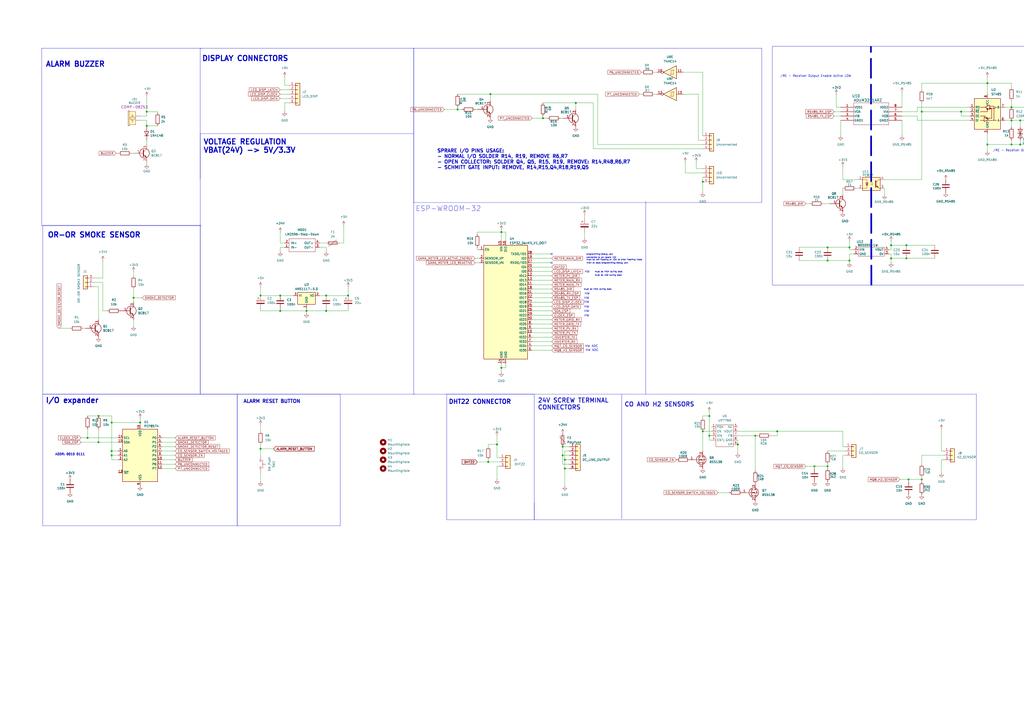
<source format=kicad_sch>
(kicad_sch (version 20231120) (generator "eeschema") (generator_version "8.0")
  (paper "A2")
  (junction (at 534.67 278.13))
  (junction (at 764.54 45.72))
  (junction (at 525.78 142.24))
  (junction (at 516.89 149.86))
  (junction (at 283.21 267.97))
  (junction (at 201.93 171.45))
  (junction (at 680.72 149.86))
  (junction (at 327.66 271.78))
  (junction (at 572.77 48.26))
  (junction (at 427.99 257.81))
  (junction (at 586.74 62.23))
  (junction (at 527.05 278.13))
  (junction (at 572.77 83.82))
  (junction (at 189.23 180.34))
  (junction (at 586.74 83.82))
  (junction (at 480.06 270.51))
  (junction (at 450.85 250.19))
  (junction (at 64.77 245.11))
  (junction (at 680.72 142.24))
  (junction (at 290.83 134.62))
  (junction (at 726.44 140.97))
  (junction (at 162.56 180.34))
  (junction (at 693.42 149.86))
  (junction (at 64.77 264.16))
  (junction (at 525.78 149.86))
  (junction (at 796.29 45.72))
  (junction (at 288.29 257.81))
  (junction (at 516.89 142.24))
  (junction (at 717.55 140.97))
  (junction (at 81.28 245.11))
  (junction (at 411.48 241.3))
  (junction (at 586.74 69.85))
  (junction (at 591.82 69.85))
  (junction (at 492.76 151.13))
  (junction (at 327.66 266.7))
  (junction (at 326.39 259.08))
  (junction (at 77.47 172.72))
  (junction (at 480.06 143.51))
  (junction (at 472.44 270.51))
  (junction (at 693.42 142.24))
  (junction (at 314.96 68.58))
  (junction (at 774.7 45.72))
  (junction (at 57.15 256.54))
  (junction (at 557.53 64.77))
  (junction (at 492.76 143.51))
  (junction (at 326.39 264.16))
  (junction (at 151.13 260.35))
  (junction (at 407.67 105.41))
  (junction (at 534.67 64.77))
  (junction (at 717.55 148.59))
  (junction (at 334.01 59.69))
  (junction (at 50.8 254))
  (junction (at 177.8 180.34))
  (junction (at 591.82 83.82))
  (junction (at 57.15 241.3))
  (junction (at 411.48 252.73))
  (junction (at 726.44 148.59))
  (junction (at 284.48 54.61))
  (junction (at 189.23 171.45))
  (junction (at 480.06 151.13))
  (junction (at 64.77 261.62))
  (junction (at 596.9 63.5))
  (junction (at 265.43 63.5))
  (junction (at 151.13 171.45))
  (junction (at 162.56 171.45))
  (junction (at 85.09 73.025))
  (junction (at 438.15 252.73))
  (junction (at 290.83 213.36))
  (junction (at 85.09 64.77))
  (junction (at 407.67 250.19))
  (junction (at 774.7 119.38))
  (no_connect (at 320.04 152.4))
  (no_connect (at 320.04 147.32))
  (wire (pts (xy 582.93 69.85) (xy 586.74 69.85)))
  (wire (pts (xy 523.24 53.34) (xy 523.24 62.23)))
  (wire (pts (xy 50.8 248.92) (xy 50.8 254)))
  (wire (pts (xy 379.73 41.91) (xy 381 41.91)))
  (polyline (pts (xy 566.42 228.6) (xy 507.365 228.6)))
  (wire (pts (xy 800.1 113.03) (xy 800.1 86.36)))
  (wire (pts (xy 275.59 63.5) (xy 276.86 63.5)))
  (wire (pts (xy 477.52 118.11) (xy 481.33 118.11)))
  (wire (pts (xy 67.31 88.9) (xy 68.58 88.9)))
  (wire (pts (xy 54.61 166.37) (xy 57.15 166.37)))
  (wire (pts (xy 490.22 259.08) (xy 488.95 259.08)))
  (wire (pts (xy 85.09 67.31) (xy 85.09 64.77)))
  (wire (pts (xy 283.21 267.97) (xy 283.21 266.7)))
  (wire (pts (xy 534.67 264.16) (xy 547.37 264.16)))
  (wire (pts (xy 177.8 180.34) (xy 177.8 181.61)))
  (polyline (pts (xy 24.13 130.81) (xy 24.13 80.01)))
  (wire (pts (xy 806.45 101.6) (xy 806.45 106.68)))
  (wire (pts (xy 314.96 67.31) (xy 314.96 68.58)))
  (wire (pts (xy 308.61 154.94) (xy 320.04 154.94)))
  (wire (pts (xy 586.74 48.26) (xy 572.77 48.26)))
  (wire (pts (xy 397.51 100.33) (xy 397.51 93.98)))
  (wire (pts (xy 463.55 151.13) (xy 480.06 151.13)))
  (wire (pts (xy 586.74 58.42) (xy 586.74 62.23)))
  (wire (pts (xy 586.74 83.82) (xy 572.77 83.82)))
  (wire (pts (xy 151.13 171.45) (xy 162.56 171.45)))
  (wire (pts (xy 726.44 148.59) (xy 742.95 148.59)))
  (wire (pts (xy 196.85 140.97) (xy 199.39 140.97)))
  (wire (pts (xy 308.61 68.58) (xy 314.96 68.58)))
  (wire (pts (xy 405.13 54.61) (xy 405.13 81.28)))
  (wire (pts (xy 320.04 180.34) (xy 308.61 180.34)))
  (wire (pts (xy 77.47 157.48) (xy 77.47 160.02)))
  (wire (pts (xy 613.41 64.77) (xy 608.33 64.77)))
  (wire (pts (xy 467.36 270.51) (xy 472.44 270.51)))
  (wire (pts (xy 596.9 63.5) (xy 610.87 63.5)))
  (wire (pts (xy 308.61 149.86) (xy 320.04 149.86)))
  (wire (pts (xy 487.68 62.23) (xy 485.14 62.23)))
  (wire (pts (xy 81.28 67.31) (xy 85.09 67.31)))
  (wire (pts (xy 346.71 54.61) (xy 284.48 54.61)))
  (wire (pts (xy 688.34 97.79) (xy 685.8 97.79)))
  (wire (pts (xy 427.99 255.27) (xy 427.99 257.81)))
  (polyline (pts (xy 240.03 228.6) (xy 240.03 116.84)))
  (wire (pts (xy 46.99 254) (xy 50.8 254)))
  (wire (pts (xy 572.77 83.82) (xy 572.77 87.63)))
  (wire (pts (xy 290.83 213.36) (xy 293.37 213.36)))
  (wire (pts (xy 774.7 125.73) (xy 774.7 119.38)))
  (wire (pts (xy 483.87 67.31) (xy 487.68 67.31)))
  (wire (pts (xy 726.44 140.97) (xy 742.95 140.97)))
  (wire (pts (xy 731.52 102.87) (xy 731.52 96.52)))
  (wire (pts (xy 717.55 148.59) (xy 726.44 148.59)))
  (wire (pts (xy 680.72 149.86) (xy 693.42 149.86)))
  (wire (pts (xy 77.47 172.72) (xy 77.47 175.26)))
  (wire (pts (xy 685.8 97.79) (xy 685.8 90.17)))
  (wire (pts (xy 532.13 67.31) (xy 532.13 69.85)))
  (wire (pts (xy 290.83 213.36) (xy 290.83 215.9)))
  (wire (pts (xy 308.61 195.58) (xy 320.04 195.58)))
  (wire (pts (xy 158.75 260.35) (xy 151.13 260.35)))
  (wire (pts (xy 557.53 67.31) (xy 557.53 64.77)))
  (wire (pts (xy 492.76 152.4) (xy 492.76 151.13)))
  (wire (pts (xy 93.98 271.78) (xy 101.6 271.78)))
  (wire (pts (xy 516.89 142.24) (xy 516.89 139.7)))
  (wire (pts (xy 185.42 140.97) (xy 189.23 140.97)))
  (wire (pts (xy 57.15 241.3) (xy 50.8 241.3)))
  (wire (pts (xy 64.77 241.3) (xy 57.15 241.3)))
  (polyline (pts (xy 240.03 27.94) (xy 240.03 116.84)))
  (wire (pts (xy 534.67 278.13) (xy 534.67 279.4)))
  (wire (pts (xy 275.59 149.86) (xy 278.13 149.86)))
  (wire (pts (xy 717.55 146.05) (xy 716.28 146.05)))
  (wire (pts (xy 320.04 165.1) (xy 308.61 165.1)))
  (wire (pts (xy 787.4 119.38) (xy 796.29 119.38)))
  (polyline (pts (xy 116.205 77.47) (xy 240.03 77.47)))
  (wire (pts (xy 717.55 151.13) (xy 717.55 148.59)))
  (wire (pts (xy 314.96 59.69) (xy 334.01 59.69)))
  (wire (pts (xy 289.56 267.97) (xy 283.21 267.97)))
  (wire (pts (xy 165.1 59.69) (xy 167.64 59.69)))
  (polyline (pts (xy 116.84 130.81) (xy 24.13 130.81)))
  (wire (pts (xy 821.69 124.46) (xy 821.69 111.76)))
  (wire (pts (xy 806.45 106.68) (xy 795.02 106.68)))
  (wire (pts (xy 344.17 86.36) (xy 407.67 86.36)))
  (wire (pts (xy 85.09 95.25) (xy 85.09 93.98)))
  (wire (pts (xy 290.83 133.35) (xy 290.83 134.62)))
  (wire (pts (xy 411.48 255.27) (xy 411.48 252.73)))
  (wire (pts (xy 546.1 266.7) (xy 547.37 266.7)))
  (wire (pts (xy 407.67 41.91) (xy 396.24 41.91)))
  (wire (pts (xy 534.67 64.77) (xy 557.53 64.77)))
  (wire (pts (xy 717.55 143.51) (xy 717.55 140.97)))
  (wire (pts (xy 257.81 63.5) (xy 265.43 63.5)))
  (wire (pts (xy 695.96 143.51) (xy 693.42 143.51)))
  (wire (pts (xy 485.14 62.23) (xy 485.14 54.61)))
  (wire (pts (xy 396.24 54.61) (xy 405.13 54.61)))
  (wire (pts (xy 525.78 142.24) (xy 542.29 142.24)))
  (wire (pts (xy 48.26 190.5) (xy 49.53 190.5)))
  (wire (pts (xy 412.75 255.27) (xy 411.48 255.27)))
  (wire (pts (xy 596.9 81.28) (xy 596.9 83.82)))
  (wire (pts (xy 717.55 148.59) (xy 717.55 146.05)))
  (wire (pts (xy 407.67 241.3) (xy 407.67 242.57)))
  (wire (pts (xy 546.1 274.32) (xy 546.1 266.7)))
  (wire (pts (xy 492.76 144.78) (xy 492.76 143.51)))
  (wire (pts (xy 326.39 264.16) (xy 326.39 259.08)))
  (wire (pts (xy 688.34 114.3) (xy 688.34 105.41)))
  (wire (pts (xy 734.06 106.68) (xy 734.06 100.33)))
  (wire (pts (xy 370.84 54.61) (xy 372.11 54.61)))
  (wire (pts (xy 162.56 179.07) (xy 162.56 180.34)))
  (wire (pts (xy 330.2 259.08) (xy 326.39 259.08)))
  (wire (pts (xy 177.8 179.07) (xy 177.8 180.34)))
  (wire (pts (xy 472.44 270.51) (xy 480.06 270.51)))
  (wire (pts (xy 438.15 273.05) (xy 438.15 252.73)))
  (wire (pts (xy 750.57 91.44) (xy 750.57 119.38)))
  (wire (pts (xy 412.75 250.19) (xy 407.67 250.19)))
  (wire (pts (xy 265.43 54.61) (xy 284.48 54.61)))
  (wire (pts (xy 800.1 124.46) (xy 800.1 120.65)))
  (wire (pts (xy 308.61 198.12) (xy 320.04 198.12)))
  (wire (pts (xy 162.56 54.61) (xy 167.64 54.61)))
  (wire (pts (xy 795.02 66.04) (xy 801.37 66.04)))
  (wire (pts (xy 534.67 104.14) (xy 513.08 104.14)))
  (wire (pts (xy 91.44 65.405) (xy 91.44 64.77)))
  (wire (pts (xy 68.58 266.7) (xy 64.77 266.7)))
  (polyline (pts (xy 566.42 301.498) (xy 566.42 228.6)))
  (wire (pts (xy 447.04 252.73) (xy 450.85 252.73)))
  (wire (pts (xy 450.85 250.19) (xy 488.95 250.19)))
  (wire (pts (xy 613.41 62.23) (xy 613.41 50.8)))
  (polyline (pts (xy 240.284 27.94) (xy 116.078 27.94)))
  (wire (pts (xy 572.77 77.47) (xy 572.77 83.82)))
  (wire (pts (xy 327.66 271.78) (xy 330.2 271.78)))
  (wire (pts (xy 723.9 114.3) (xy 723.9 105.41)))
  (wire (pts (xy 523.24 67.31) (xy 532.13 67.31)))
  (wire (pts (xy 283.21 259.08) (xy 283.21 257.81)))
  (wire (pts (xy 308.61 193.04) (xy 320.04 193.04)))
  (wire (pts (xy 339.09 124.46) (xy 339.09 127)))
  (wire (pts (xy 596.9 83.82) (xy 591.82 83.82)))
  (wire (pts (xy 521.97 278.13) (xy 527.05 278.13)))
  (wire (pts (xy 325.12 68.58) (xy 326.39 68.58)))
  (wire (pts (xy 151.13 171.45) (xy 151.13 166.37)))
  (wire (pts (xy 275.59 152.4) (xy 278.13 152.4)))
  (wire (pts (xy 64.77 245.11) (xy 81.28 245.11)))
  (wire (pts (xy 93.98 259.08) (xy 101.6 259.08)))
  (wire (pts (xy 276.86 144.78) (xy 276.86 143.51)))
  (wire (pts (xy 308.61 175.26) (xy 320.04 175.26)))
  (wire (pts (xy 201.93 180.34) (xy 201.93 179.07)))
  (wire (pts (xy 162.56 180.34) (xy 177.8 180.34)))
  (wire (pts (xy 532.13 62.23) (xy 562.61 62.23)))
  (wire (pts (xy 320.04 185.42) (xy 308.61 185.42)))
  (wire (pts (xy 515.62 144.78) (xy 516.89 144.78)))
  (wire (pts (xy 680.72 100.33) (xy 688.34 100.33)))
  (wire (pts (xy 764.54 45.72) (xy 758.19 45.72)))
  (wire (pts (xy 162.56 52.07) (xy 167.64 52.07)))
  (wire (pts (xy 288.29 270.51) (xy 289.56 270.51)))
  (wire (pts (xy 165.1 140.97) (xy 162.56 140.97)))
  (wire (pts (xy 693.42 146.05) (xy 695.96 146.05)))
  (polyline (pts (xy 505.46 165.1) (xy 505.206 27.178)) (stroke (width 1) (type dash)))
  (wire (pts (xy 534.67 64.77) (xy 534.67 104.14)))
  (wire (pts (xy 800.1 86.36) (xy 795.02 86.36)))
  (wire (pts (xy 85.09 69.85) (xy 85.09 73.025)))
  (wire (pts (xy 278.13 144.78) (xy 276.86 144.78)))
  (wire (pts (xy 85.09 64.77) (xy 85.09 55.88)))
  (wire (pts (xy 596.9 63.5) (xy 596.9 73.66)))
  (wire (pts (xy 407.67 97.79) (xy 403.86 97.79)))
  (wire (pts (xy 346.71 83.82) (xy 346.71 54.61)))
  (wire (pts (xy 77.47 189.23) (xy 77.47 185.42)))
  (wire (pts (xy 411.48 252.73) (xy 412.75 252.73)))
  (wire (pts (xy 177.8 180.34) (xy 189.23 180.34)))
  (wire (pts (xy 293.37 213.36) (xy 293.37 210.82)))
  (wire (pts (xy 320.04 172.72) (xy 308.61 172.72)))
  (wire (pts (xy 572.77 44.45) (xy 572.77 48.26)))
  (wire (pts (xy 796.29 101.6) (xy 796.29 119.38)))
  (wire (pts (xy 93.98 264.16) (xy 101.6 264.16)))
  (wire (pts (xy 693.42 142.24) (xy 693.42 138.43)))
  (wire (pts (xy 664.21 149.86) (xy 680.72 149.86)))
  (wire (pts (xy 308.61 177.8) (xy 320.04 177.8)))
  (wire (pts (xy 796.29 78.74) (xy 795.02 78.74)))
  (polyline (pts (xy 374.65 228.6) (xy 374.65 213.36)))
  (wire (pts (xy 750.57 119.38) (xy 762 119.38)))
  (wire (pts (xy 480.06 270.51) (xy 480.06 269.24)))
  (wire (pts (xy 327.66 266.7) (xy 327.66 261.62)))
  (wire (pts (xy 427.99 250.19) (xy 450.85 250.19)))
  (wire (pts (xy 764.54 45.72) (xy 764.54 46.99)))
  (wire (pts (xy 463.55 143.51) (xy 480.06 143.51)))
  (wire (pts (xy 532.13 64.77) (xy 532.13 62.23)))
  (wire (pts (xy 664.21 142.24) (xy 680.72 142.24)))
  (polyline (pts (xy 116.205 228.6) (xy 116.205 154.305)))
  (wire (pts (xy 77.47 167.64) (xy 77.47 172.72)))
  (wire (pts (xy 93.98 266.7) (xy 101.6 266.7)))
  (wire (pts (xy 68.58 256.54) (xy 57.15 256.54)))
  (wire (pts (xy 796.29 39.37) (xy 796.29 45.72)))
  (wire (pts (xy 57.15 248.92) (xy 57.15 256.54)))
  (wire (pts (xy 93.98 269.24) (xy 101.6 269.24)))
  (wire (pts (xy 407.67 78.74) (xy 407.67 41.91)))
  (wire (pts (xy 308.61 170.18) (xy 320.04 170.18)))
  (wire (pts (xy 774.7 45.72) (xy 764.54 45.72)))
  (wire (pts (xy 320.04 162.56) (xy 308.61 162.56)))
  (wire (pts (xy 680.72 102.87) (xy 688.34 102.87)))
  (wire (pts (xy 308.61 187.96) (xy 320.04 187.96)))
  (wire (pts (xy 320.04 182.88) (xy 308.61 182.88)))
  (wire (pts (xy 57.15 256.54) (xy 46.99 256.54)))
  (wire (pts (xy 534.67 52.07) (xy 534.67 48.26)))
  (wire (pts (xy 199.39 140.97) (xy 199.39 130.81)))
  (wire (pts (xy 516.89 152.4) (xy 516.89 149.86)))
  (wire (pts (xy 162.56 134.62) (xy 162.56 140.97)))
  (wire (pts (xy 613.41 71.12) (xy 613.41 69.85)))
  (wire (pts (xy 189.23 143.51) (xy 185.42 143.51)))
  (wire (pts (xy 344.17 59.69) (xy 344.17 86.36)))
  (wire (pts (xy 591.82 69.85) (xy 591.82 73.66)))
  (wire (pts (xy 795.02 73.66) (xy 801.37 73.66)))
  (wire (pts (xy 411.48 241.3) (xy 411.48 252.73)))
  (wire (pts (xy 165.1 49.53) (xy 165.1 44.45)))
  (wire (pts (xy 582.93 62.23) (xy 586.74 62.23)))
  (wire (pts (xy 85.09 81.28) (xy 85.09 83.82)))
  (wire (pts (xy 320.04 167.64) (xy 308.61 167.64)))
  (wire (pts (xy 162.56 143.51) (xy 165.1 143.51)))
  (wire (pts (xy 64.77 264.16) (xy 64.77 261.62)))
  (wire (pts (xy 151.13 257.81) (xy 151.13 260.35)))
  (wire (pts (xy 754.38 91.44) (xy 750.57 91.44)))
  (polyline (pts (xy 705.612 166.116) (xy 705.612 28.194)) (stroke (width 1) (type dash)))
  (wire (pts (xy 416.56 285.75) (xy 422.91 285.75)))
  (polyline (pts (xy 24.13 27.94) (xy 116.84 27.94)))
  (wire (pts (xy 151.13 246.38) (xy 151.13 250.19)))
  (wire (pts (xy 407.67 105.41) (xy 407.67 111.76)))
  (wire (pts (xy 330.2 269.24) (xy 326.39 269.24)))
  (wire (pts (xy 403.86 97.79) (xy 403.86 93.98)))
  (wire (pts (xy 64.77 261.62) (xy 64.77 245.11)))
  (wire (pts (xy 472.44 270.51) (xy 472.44 271.78)))
  (wire (pts (xy 750.57 66.04) (xy 754.38 66.04)))
  (wire (pts (xy 276.86 135.89) (xy 276.86 134.62)))
  (wire (pts (xy 532.13 69.85) (xy 562.61 69.85)))
  (wire (pts (xy 769.62 119.38) (xy 774.7 119.38)))
  (wire (pts (xy 308.61 160.02) (xy 320.04 160.02)))
  (wire (pts (xy 516.89 149.86) (xy 525.78 149.86)))
  (wire (pts (xy 821.69 101.6) (xy 806.45 101.6)))
  (wire (pts (xy 54.61 161.29) (xy 59.69 161.29)))
  (wire (pts (xy 516.89 144.78) (xy 516.89 142.24)))
  (polyline (pts (xy 240.665 228.6) (xy 116.205 228.6)))
  (wire (pts (xy 59.69 163.83) (xy 59.69 180.34)))
  (wire (pts (xy 320.04 147.32) (xy 308.61 147.32)))
  (wire (pts (xy 151.13 179.07) (xy 151.13 180.34)))
  (wire (pts (xy 450.85 252.73) (xy 450.85 250.19)))
  (wire (pts (xy 411.48 241.3) (xy 407.67 241.3)))
  (wire (pts (xy 151.13 274.32) (xy 151.13 279.4)))
  (wire (pts (xy 488.95 113.03) (xy 488.95 109.22)))
  (wire (pts (xy 407.67 100.33) (xy 397.51 100.33)))
  (wire (pts (xy 201.93 171.45) (xy 201.93 166.37)))
  (wire (pts (xy 693.42 143.51) (xy 693.42 142.24)))
  (wire (pts (xy 276.86 267.97) (xy 283.21 267.97)))
  (wire (pts (xy 314.96 68.58) (xy 317.5 68.58)))
  (wire (pts (xy 64.77 266.7) (xy 64.77 264.16)))
  (polyline (pts (xy 24.13 80.01) (xy 24.13 27.94)))
  (wire (pts (xy 523.24 64.77) (xy 532.13 64.77)))
  (wire (pts (xy 492.76 143.51) (xy 492.76 139.7)))
  (polyline (pts (xy 116.205 154.305) (xy 116.205 77.47)))
  (wire (pts (xy 731.52 96.52) (xy 754.38 96.52)))
  (wire (pts (xy 91.44 73.025) (xy 85.09 73.025)))
  (wire (pts (xy 591.82 81.28) (xy 591.82 83.82)))
  (wire (pts (xy 774.7 45.72) (xy 796.29 45.72)))
  (wire (pts (xy 613.41 67.31) (xy 610.87 67.31)))
  (wire (pts (xy 77.47 172.72) (xy 82.55 172.72)))
  (wire (pts (xy 93.98 261.62) (xy 101.6 261.62)))
  (wire (pts (xy 467.36 118.11) (xy 469.9 118.11)))
  (wire (pts (xy 513.08 109.22) (xy 513.08 113.03)))
  (wire (pts (xy 534.67 264.16) (xy 534.67 269.24)))
  (wire (pts (xy 723.9 100.33) (xy 734.06 100.33)))
  (wire (pts (xy 64.77 261.62) (xy 68.58 261.62)))
  (wire (pts (xy 283.21 257.81) (xy 288.29 257.81)))
  (wire (pts (xy 586.74 69.85) (xy 586.74 73.66)))
  (wire (pts (xy 796.29 45.72) (xy 796.29 52.07)))
  (wire (pts (xy 276.86 134.62) (xy 290.83 134.62)))
  (wire (pts (xy 407.67 102.87) (xy 407.67 105.41)))
  (wire (pts (xy 265.43 62.23) (xy 265.43 63.5)))
  (wire (pts (xy 320.04 200.66) (xy 308.61 200.66)))
  (wire (pts (xy 57.15 166.37) (xy 57.15 185.42)))
  (wire (pts (xy 167.64 49.53) (xy 165.1 49.53)))
  (wire (pts (xy 59.69 161.29) (xy 59.69 151.13)))
  (wire (pts (xy 495.3 144.78) (xy 492.76 144.78)))
  (wire (pts (xy 516.89 149.86) (xy 516.89 147.32)))
  (wire (pts (xy 488.95 271.78) (xy 488.95 264.16)))
  (wire (pts (xy 288.29 257.81) (xy 288.29 265.43)))
  (wire (pts (xy 320.04 152.4) (xy 308.61 152.4)))
  (wire (pts (xy 64.77 264.16) (xy 68.58 264.16)))
  (wire (pts (xy 151.13 260.35) (xy 151.13 264.16)))
  (wire (pts (xy 480.06 143.51) (xy 492.76 143.51)))
  (wire (pts (xy 379.73 54.61) (xy 381 54.61)))
  (wire (pts (xy 93.98 256.54) (xy 101.6 256.54)))
  (wire (pts (xy 290.83 134.62) (xy 290.83 139.7)))
  (wire (pts (xy 557.53 64.77) (xy 562.61 64.77)))
  (wire (pts (xy 795.02 101.6) (xy 796.29 101.6)))
  (wire (pts (xy 81.28 242.57) (xy 81.28 245.11)))
  (wire (pts (xy 288.29 278.13) (xy 288.29 270.51)))
  (wire (pts (xy 59.69 180.34) (xy 62.23 180.34)))
  (wire (pts (xy 586.74 81.28) (xy 586.74 83.82)))
  (wire (pts (xy 717.55 140.97) (xy 726.44 140.97)))
  (wire (pts (xy 81.28 69.85) (xy 85.09 69.85)))
  (wire (pts (xy 334.01 59.69) (xy 344.17 59.69)))
  (wire (pts (xy 716.28 143.51) (xy 717.55 143.51)))
  (wire (pts (xy 427.99 252.73) (xy 438.15 252.73)))
  (wire (pts (xy 85.09 73.025) (xy 85.09 73.66)))
  (wire (pts (xy 284.48 54.61) (xy 284.48 58.42)))
  (wire (pts (xy 480.06 261.62) (xy 490.22 261.62)))
  (wire (pts (xy 492.76 151.13) (xy 492.76 147.32)))
  (wire (pts (xy 334.01 59.69) (xy 334.01 63.5)))
  (wire (pts (xy 487.68 78.74) (xy 487.68 69.85)))
  (wire (pts (xy 308.61 190.5) (xy 320.04 190.5)))
  (wire (pts (xy 734.06 106.68) (xy 754.38 106.68)))
  (wire (pts (xy 717.55 140.97) (xy 717.55 138.43)))
  (wire (pts (xy 189.23 143.51) (xy 189.23 146.05)))
  (wire (pts (xy 693.42 151.13) (xy 693.42 149.86)))
  (wire (pts (xy 586.74 69.85) (xy 591.82 69.85)))
  (polyline (pts (xy 346.71 228.6) (xy 240.03 228.6)))
  (wire (pts (xy 438.15 252.73) (xy 439.42 252.73)))
  (wire (pts (xy 608.33 64.77) (xy 608.33 69.85)))
  (wire (pts (xy 405.13 81.28) (xy 407.67 81.28)))
  (wire (pts (xy 480.06 151.13) (xy 492.76 151.13)))
  (polyline (pts (xy 469.9 105.41) (xy 469.9 105.41)))
  (wire (pts (xy 610.87 67.31) (xy 610.87 63.5)))
  (wire (pts (xy 54.61 163.83) (xy 59.69 163.83)))
  (wire (pts (xy 534.67 278.13) (xy 534.67 276.86)))
  (wire (pts (xy 723.9 88.9) (xy 723.9 97.79)))
  (wire (pts (xy 93.98 254) (xy 101.6 254)))
  (wire (pts (xy 758.19 45.72) (xy 758.19 46.99)))
  (wire (pts (xy 151.13 180.34) (xy 162.56 180.34)))
  (wire (pts (xy 327.66 271.78) (xy 327.66 266.7)))
  (wire (pts (xy 488.95 96.52) (xy 488.95 104.14)))
  (wire (pts (xy 327.66 271.78) (xy 327.66 281.94)))
  (wire (pts (xy 680.72 142.24) (xy 693.42 142.24)))
  (wire (pts (xy 34.29 190.5) (xy 40.64 190.5)))
  (wire (pts (xy 516.89 142.24) (xy 525.78 142.24)))
  (wire (pts (xy 723.9 102.87) (xy 731.52 102.87)))
  (wire (pts (xy 407.67 250.19) (xy 407.67 261.62)))
  (wire (pts (xy 527.05 278.13) (xy 534.67 278.13)))
  (wire (pts (xy 189.23 180.34) (xy 189.23 179.07)))
  (wire (pts (xy 480.06 270.51) (xy 480.06 271.78)))
  (wire (pts (xy 91.44 64.77) (xy 85.09 64.77)))
  (wire (pts (xy 293.37 139.7) (xy 293.37 134.62)))
  (wire (pts (xy 289.56 265.43) (xy 288.29 265.43)))
  (wire (pts (xy 288.29 252.73) (xy 288.29 257.81)))
  (wire (pts (xy 189.23 180.34) (xy 201.93 180.34)))
  (wire (pts (xy 527.05 278.13) (xy 527.05 279.4)))
  (wire (pts (xy 534.67 59.69) (xy 534.67 64.77)))
  (wire (pts (xy 346.71 83.82) (xy 407.67 83.82)))
  (wire (pts (xy 774.7 119.38) (xy 779.78 119.38)))
  (wire (pts (xy 411.48 238.76) (xy 411.48 241.3)))
  (wire (pts (xy 50.8 254) (xy 68.58 254)))
  (wire (pts (xy 290.83 134.62) (xy 293.37 134.62)))
  (wire (pts (xy 326.39 269.24) (xy 326.39 264.16)))
  (wire (pts (xy 488.95 104.14) (xy 497.84 104.14)))
  (wire (pts (xy 492.76 147.32) (xy 495.3 147.32)))
  (wire (pts (xy 586.74 62.23) (xy 596.9 62.23)))
  (wire (pts (xy 774.7 45.72) (xy 774.7 58.42)))
  (wire (pts (xy 586.74 50.8) (xy 586.74 48.26)))
  (wire (pts (xy 327.66 261.62) (xy 330.2 261.62)))
  (wire (pts (xy 572.77 48.26) (xy 572.77 54.61)))
  (wire (pts (xy 496.57 109.22) (xy 497.84 109.22)))
  (wire (pts (xy 162.56 171.45) (xy 170.18 171.45)))
  (wire (pts (xy 308.61 157.48) (xy 320.04 157.48)))
  (wire (pts (xy 750.57 73.66) (xy 754.38 73.66)))
  (wire (pts (xy 591.82 69.85) (xy 608.33 69.85)))
  (wire (pts (xy 330.2 264.16) (xy 326.39 264.16)))
  (wire (pts (xy 547.37 261.62) (xy 546.1 261.62)))
  (wire (pts (xy 483.87 64.77) (xy 487.68 64.77)))
  (wire (pts (xy 488.95 264.16) (xy 490.22 264.16)))
  (wire (pts (xy 64.77 245.11) (xy 64.77 241.3)))
  (wire (pts (xy 162.56 57.15) (xy 167.64 57.15)))
  (wire (pts (xy 427.99 257.81) (xy 427.99 262.89)))
  (wire (pts (xy 758.19 54.61) (xy 758.19 57.15)))
  (wire (pts (xy 290.83 210.82) (xy 290.83 213.36)))
  (wire (pts (xy 693.42 149.86) (xy 693.42 146.05)))
  (wire (pts (xy 764.54 54.61) (xy 764.54 57.15)))
  (wire (pts (xy 265.43 63.5) (xy 267.97 63.5)))
  (wire (pts (xy 591.82 83.82) (xy 586.74 83.82)))
  (polyline (pts (xy 309.88 291.592) (xy 309.88 301.498)))
  (wire (pts (xy 796.29 59.69) (xy 796.29 78.74)))
  (wire (pts (xy 165.1 64.77) (xy 165.1 59.69)))
  (wire (pts (xy 525.78 149.86) (xy 542.29 149.86)))
  (wire (pts (xy 162.56 146.05) (xy 162.56 143.51)))
  (polyline (pts (xy 374.65 116.84) (xy 374.65 213.36)))
  (wire (pts (xy 339.09 134.62) (xy 339.09 138.43)))
  (polyline (pts (xy 116.078 27.94) (xy 116.078 103.886)))
  (wire (pts (xy 308.61 203.2) (xy 320.04 203.2)))
  (polyline (pts (xy 309.88 301.498) (xy 566.42 301.498)))
  (wire (pts (xy 327.66 266.7) (xy 330.2 266.7)))
  (wire (pts (xy 795.02 96.52) (xy 821.69 96.52)))
  (wire (pts (xy 185.42 171.45) (xy 189.23 171.45)))
  (wire (pts (xy 523.24 78.74) (xy 523.24 69.85)))
  (wire (pts (xy 596.9 63.5) (xy 596.9 62.23)))
  (wire (pts (xy 562.61 67.31) (xy 557.53 67.31)))
  (wire (pts (xy 534.67 48.26) (xy 572.77 48.26)))
  (wire (pts (xy 516.89 147.32) (xy 515.62 147.32)))
  (wire (pts (xy 546.1 248.92) (xy 546.1 261.62)))
  (wire (pts (xy 81.28 245.11) (xy 81.28 246.38)))
  (wire (pts (xy 488.95 250.19) (xy 488.95 259.08)))
  (polyline (pts (xy 360.68 228.6) (xy 360.68 300.99)))
  (polyline (pts (xy 507.365 228.6) (xy 346.71 228.6)))
  (wire (pts (xy 76.2 88.9) (xy 77.47 88.9)))
  (wire (pts (xy 201.93 171.45) (xy 189.23 171.45)))
  (rectangle (start 24.765 130.81) (end 116.205 228.6))
  (rectangle (start 448.056 26.924) (end 647.446 165.354))
  (rectangle (start 652.78 27.94) (end 852.17 166.37))
  (rectangle (start 137.668 228.6) (end 197.358 305.054))
  (rectangle (start 259.08 228.6) (end 309.88 301.498))
  (rectangle (start 24.765 228.6) (end 137.668 305.054))
  (rectangle (start 240.03 27.94) (end 441.96 117.475))
  (text "programming/debug uart" (at 340.106 147.574 0) (effects (font (size 0.8 0.8)) (justify left)))
  (text "HW" (at 340.36 175.26 0) (effects (font (size 1.27 1.27))))
  (text "HW" (at 340.36 183.134 0) (effects (font (size 1.27 1.27))))
  (text "ADDR: 0010 0111" (at 40.64 263.652 0) (effects (font (size 1.27 1.27) (bold yes))))
  (text "DHT22 CONNECTOR" (at 278.384 233.172 0) (effects (font (size 2.5 2.5) (bold yes))))
  (text "OR-OR SMOKE SENSOR" (at 54.61 136.398 0) (effects (font (size 3 3) (thickness 0.6) (bold yes))))
  (text "HW" (at 340.36 172.974 0) (effects (font (size 1.27 1.27))))
  (text "ESP-WROOM-32" (at 260.096 121.158 0) (effects (font (size 3 3))))
  (text "I/O expander" (at 41.91 232.41 0) (effects (font (size 3 3) (thickness 0.6) (bold yes))))
  (text "HW" (at 340.614 157.734 0) (effects (font (size 1.27 1.27))))
  (text "must be HIGH during boot\n" (at 344.932 157.734 0) (effects (font (size 0.8 0.8)) (justify left)))
  (text "HW" (at 340.36 180.594 0) (effects (font (size 1.27 1.27))))
  (text "/RE - Receiver Output Enable Active LOW" (at 473.202 44.196 0) (effects (font (size 1.27 1.27))))
  (text " HIGH at boot/programming/debug uart" (at 339.598 152.654 0) (effects (font (size 0.8 0.8)) (justify left)))
  (text "HW ADC" (at 343.154 200.914 0) (effects (font (size 1.27 1.27))))
  (text "MAX232\nTTL<->RS232" (at 712.47 75.946 0) (effects (font (size 2.2 2.2)) (justify left)))
  (text "HW ADC" (at 343.408 203.2 0) (effects (font (size 1.27 1.27))))
  (text "must be LOW during boot\n" (at 344.932 159.766 0) (effects (font (size 0.8 0.8)) (justify left)))
  (text "DISPLAY CONNECTORS" (at 142.24 34.036 0) (effects (font (size 3 3) (thickness 0.6) (bold yes))))
  (text "must be HIGH during boot\n" (at 338.582 167.894 0) (effects (font (size 0.8 0.8)) (justify left)))
  (text "connected to on-board LED\nmust be left floating or LOW to enter flashing mode" (at 340.106 150.114 0) (effects (font (size 0.8 0.8)) (justify left)))
  (text "SPRARE I/O PINS USAGE:\n- NORMAL I/O SOLDER R14, R19, REMOVE R6,R7\n- OPEN COLLECTOR: SOLDER Q4, Q5, R15, R19, REMOVE: R14,R48,R6,R7\n- SCHMITT GATE INPUT: REMOVE, R14,R15,Q4,R18,R19,Q5" (at 253.492 92.456 0) (effects (font (size 2 2) (thickness 0.4) (bold yes)) (justify left)))
  (text "/RE - Receiver Output Enable Active LOW" (at 596.646 87.376 0) (effects (font (size 1.27 1.27))))
  (text "ALARM RESET BUTTON" (at 157.734 232.918 0) (effects (font (size 2 2) (bold yes))))
  (text "/RE - Receiver Output Enable Active LOW" (at 706.12 124.46 0) (effects (font (size 1.27 1.27))))
  (text "HW" (at 340.614 170.434 0) (effects (font (size 1.27 1.27))))
  (text "CO AND H2 SENSORS" (at 382.524 234.696 0) (effects (font (size 2.5 2.5) (thickness 0.4) (bold yes))))
  (text "ALARM BUZZER" (at 43.688 37.338 0) (effects (font (size 3 3) (thickness 0.6) (bold yes))))
  (text "HW" (at 340.36 178.054 0) (effects (font (size 1.27 1.27))))
  (text "24V SCREW TERMINAL\nCONNECTORS" (at 311.912 234.442 0) (effects (font (size 2.5 2.5) (thickness 0.4) (bold yes)) (justify left)))
  (text "VOLTAGE REGULATION\nVBAT(24V) -> 5V/3.3V" (at 117.856 84.836 0) (effects (font (size 3 3) (thickness 0.6) (bold yes)) (justify left)))
  (label "RS485_B" (at 598.17 63.5 0))
  (label "RS485_A" (at 598.17 69.85 0))
  (label "INV_RX_RS232" (at 806.45 96.52 0))
  (label "INV_TX_RS232" (at 806.45 101.6 0))
  (global_label "SDA_ESP" (shape input) (at 320.04 180.34 0) (property "Intersheetrefs" "${INTERSHEET_REFS}" (effects (hide yes))))
  (global_label "INVERTER_TX" (shape input) (at 680.72 102.87 180) (property "Intersheetrefs" "${INTERSHEET_REFS}" (effects (hide yes))))
  (global_label "RS485_TX_ESP" (shape input) (at 483.87 67.31 180) (property "Intersheetrefs" "${INTERSHEET_REFS}" (effects (hide yes))))
  (global_label "ALARM_RESET_BUTTON" (shape input) (at 158.75 260.35 0) (effects (font (bold yes))) (property "Intersheetrefs" "${INTERSHEET_REFS}" (effects (hide yes))))
  (global_label "MQ8_H2_SENSOR" (shape input) (at 521.97 278.13 180) (property "Intersheetrefs" "${INTERSHEET_REFS}" (effects (hide yes))))
  (global_label "METER_GRID_RX" (shape input) (at 320.04 185.42 0) (property "Intersheetrefs" "${INTERSHEET_REFS}" (effects (hide yes))))
  (global_label "SMOKE_DETECTOR_RESET" (shape input) (at 34.29 190.5 90) (property "Intersheetrefs" "${INTERSHEET_REFS}" (effects (hide yes))))
  (global_label "P6_UNCONNECTED" (shape input) (at 372.11 41.91 180) (property "Intersheetrefs" "${INTERSHEET_REFS}" (effects (hide yes))))
  (global_label "INVERTER_RX" (shape input) (at 320.04 198.12 0) (property "Intersheetrefs" "${INTERSHEET_REFS}" (effects (hide yes))))
  (global_label "P7_UNCONNECTED" (shape input) (at 308.61 68.58 180) (property "Intersheetrefs" "${INTERSHEET_REFS}" (effects (hide yes))))
  (global_label "RS485_RX_ESP" (shape input) (at 320.04 170.18 0) (property "Intersheetrefs" "${INTERSHEET_REFS}" (effects (hide yes))))
  (global_label "SMOKE_DETECTOR" (shape input) (at 82.55 172.72 0) (property "Intersheetrefs" "${INTERSHEET_REFS}" (effects (hide yes))))
  (global_label "LCD_DISP_DATA" (shape input) (at 320.04 177.8 0) (property "Intersheetrefs" "${INTERSHEET_REFS}" (effects (hide yes))))
  (global_label "METER_PV_TX" (shape input) (at 320.04 193.04 0) (property "Intersheetrefs" "${INTERSHEET_REFS}" (effects (hide yes))))
  (global_label "LCD_DISP_DATA" (shape input) (at 162.56 57.15 180) (property "Intersheetrefs" "${INTERSHEET_REFS}" (effects (hide yes))))
  (global_label "SMOKE_DETECTOR_RESET" (shape input) (at 101.6 259.08 0) (property "Intersheetrefs" "${INTERSHEET_REFS}" (effects (hide yes))))
  (global_label "RS485_DIR" (shape input) (at 320.04 167.64 0) (property "Intersheetrefs" "${INTERSHEET_REFS}" (effects (hide yes))))
  (global_label "CLOCK_ESP" (shape input) (at 320.04 182.88 0) (property "Intersheetrefs" "${INTERSHEET_REFS}" (effects (hide yes))))
  (global_label "METER_MAIN_DIR" (shape input) (at 320.04 149.86 0) (property "Intersheetrefs" "${INTERSHEET_REFS}" (effects (hide yes))))
  (global_label "METER_MAIN_RX" (shape input) (at 320.04 162.56 0) (property "Intersheetrefs" "${INTERSHEET_REFS}" (effects (hide yes))))
  (global_label "ALARM_RESET_BUTTON" (shape input) (at 101.6 254 0) (property "Intersheetrefs" "${INTERSHEET_REFS}" (effects (hide yes))))
  (global_label "METER_GRID_TX" (shape input) (at 320.04 187.96 0) (property "Intersheetrefs" "${INTERSHEET_REFS}" (effects (hide yes))))
  (global_label "RS485_DIR" (shape input) (at 467.36 118.11 180) (property "Intersheetrefs" "${INTERSHEET_REFS}" (effects (hide yes))))
  (global_label "MQ8_H2_SENSOR" (shape input) (at 320.04 203.2 0) (property "Intersheetrefs" "${INTERSHEET_REFS}" (effects (hide yes))))
  (global_label "RS485_RX_ESP" (shape input) (at 483.87 64.77 180) (property "Intersheetrefs" "${INTERSHEET_REFS}" (effects (hide yes))))
  (global_label "SDA_ESP" (shape input) (at 46.99 256.54 180) (property "Intersheetrefs" "${INTERSHEET_REFS}" (effects (hide yes))))
  (global_label "CO_SENSOR_SWITCH_VOLTAGES" (shape input) (at 101.6 261.62 0) (property "Intersheetrefs" "${INTERSHEET_REFS}" (effects (hide yes))))
  (global_label "BUZZER" (shape input) (at 101.6 266.7 0) (property "Intersheetrefs" "${INTERSHEET_REFS}" (effects (hide yes))))
  (global_label "METER_PV_DIR" (shape input) (at 320.04 160.02 0) (property "Intersheetrefs" "${INTERSHEET_REFS}" (effects (hide yes))))
  (global_label "INVERTER_TX" (shape input) (at 320.04 195.58 0) (property "Intersheetrefs" "${INTERSHEET_REFS}" (effects (hide yes))))
  (global_label "DHT22" (shape input) (at 320.04 154.94 0) (property "Intersheetrefs" "${INTERSHEET_REFS}" (effects (hide yes))))
  (global_label "MQ7_CO_SENSOR" (shape input) (at 467.36 270.51 180) (property "Intersheetrefs" "${INTERSHEET_REFS}" (effects (hide yes))))
  (global_label "P6_UNCONNECTED" (shape input) (at 257.81 63.5 180) (property "Intersheetrefs" "${INTERSHEET_REFS}" (effects (hide yes))))
  (global_label "LCD_DISP_CLOCK" (shape input) (at 162.56 54.61 180) (property "Intersheetrefs" "${INTERSHEET_REFS}" (effects (hide yes))))
  (global_label "GAMA_METER_LED_REACTIVE" (shape input) (at 275.59 152.4 180) (property "Intersheetrefs" "${INTERSHEET_REFS}" (effects (hide yes))))
  (global_label "P7_UNCONNECTED" (shape input) (at 101.6 271.78 0) (property "Intersheetrefs" "${INTERSHEET_REFS}" (effects (hide yes))))
  (global_label "CLOCK_ESP" (shape input) (at 46.99 254 180) (property "Intersheetrefs" "${INTERSHEET_REFS}" (effects (hide yes))))
  (global_label "SMOKE_DETECTOR" (shape input) (at 101.6 256.54 0) (property "Intersheetrefs" "${INTERSHEET_REFS}" (effects (hide yes))))
  (global_label "GAMA_METER_LED_ACTIVE_ENERGY" (shape input) (at 275.59 149.86 180) (property "Intersheetrefs" "${INTERSHEET_REFS}" (effects (hide yes))))
  (global_label "MQ7_CO_SENSOR" (shape input) (at 320.04 200.66 0) (property "Intersheetrefs" "${INTERSHEET_REFS}" (effects (hide yes))))
  (global_label "METER_PV_RX" (shape input) (at 320.04 190.5 0) (property "Intersheetrefs" "${INTERSHEET_REFS}" (effects (hide yes))))
  (global_label "METER_MAIN_TX" (shape input) (at 320.04 165.1 0) (property "Intersheetrefs" "${INTERSHEET_REFS}" (effects (hide yes))))
  (global_label "CO_SENSOR_SWITCH_VOLTAGES" (shape input) (at 416.56 285.75 180) (property "Intersheetrefs" "${INTERSHEET_REFS}" (effects (hide yes))))
  (global_label "LCD_DISP_LATCH" (shape input) (at 320.04 157.48 0) (property "Intersheetrefs" "${INTERSHEET_REFS}" (effects (hide yes))))
  (global_label "INVERTER_RX" (shape input) (at 680.72 100.33 180) (property "Intersheetrefs" "${INTERSHEET_REFS}" (effects (hide yes))))
  (global_label "LCD_DISP_LATCH" (shape input) (at 162.56 52.07 180) (property "Intersheetrefs" "${INTERSHEET_REFS}" (effects (hide yes))))
  (global_label "P7_UNCONNECTED" (shape input) (at 370.84 54.61 180) (property "Intersheetrefs" "${INTERSHEET_REFS}" (effects (hide yes))))
  (global_label "DHT22" (shape input) (at 276.86 267.97 180) (effects (font (bold yes))) (property "Intersheetrefs" "${INTERSHEET_REFS}" (effects (hide yes))))
  (global_label "RS485_TX_ESP" (shape input) (at 320.04 172.72 0) (property "Intersheetrefs" "${INTERSHEET_REFS}" (effects (hide yes))))
  (global_label "LCD_DISP_CLOCK" (shape input) (at 320.04 175.26 0) (property "Intersheetrefs" "${INTERSHEET_REFS}" (effects (hide yes))))
  (global_label "P6_UNCONNECTED" (shape input) (at 101.6 269.24 0) (property "Intersheetrefs" "${INTERSHEET_REFS}" (effects (hide yes))))
  (global_label "CO_SENSOR_EN" (shape input) (at 101.6 264.16 0) (property "Intersheetrefs" "${INTERSHEET_REFS}" (effects (hide yes))))
  (global_label "BUZZER" (shape input) (at 67.31 88.9 180) (property "Intersheetrefs" "${INTERSHEET_REFS}" (effects (hide yes))))
  (global_label "CO_SENSOR_EN" (shape input) (at 392.43 266.7 180) (property "Intersheetrefs" "${INTERSHEET_REFS}" (effects (hide yes))))
  (symbol (lib_id "Device:R") (at 77.47 163.83 180) (unit 1)
    (property "Reference" "R4" (at 80.01 162.5599 0) (effects (justify right)))
    (property "Value" "10k" (at 80.01 165.0999 0) (effects (justify right)))
    (property "Footprint" "Resistor_SMD:R_0805_2012Metric_Pad1.20x1.40mm_HandSolder" (effects (hide yes)))
    (property "Description" "Resistor" (effects (hide yes)))
  )
  (symbol (lib_id "power:GND") (at 513.08 113.03 0) (unit 1)
    (property "Reference" "#PWR096" (effects (hide yes)))
    (property "Value" "GND_RS485" (at 512.826 117.094 0))
    (property "Description" "Power symbol creates a global label with name \"GND\" , ground" (effects (hide yes)))
  )
  (symbol (lib_id "Switch:SW_Push") (at 151.13 269.24 270) (unit 1)
    (property "Reference" "SW1" (at 158.75 269.24 0))
    (property "Value" "SW_Push" (at 156.21 269.24 0))
    (property "Footprint" "Connector_JST:JST_XA_B02B-XASK-1_1x02_P2.50mm_Vertical" (effects (hide yes)))
    (property "Description" "Push button switch, generic, two pins" (effects (hide yes)))
  )
  (symbol (lib_id "power:+5V") (at 796.29 39.37 0) (unit 1)
    (property "Reference" "#PWR047" (effects (hide yes)))
    (property "Value" "+5V_INV" (at 796.29 34.29 0))
    (property "Description" "Power symbol creates a global label with name \"+5V\"" (effects (hide yes)))
  )
  (symbol (lib_id "power:GND") (at 407.67 111.76 0) (unit 1)
    (property "Reference" "#PWR083" (effects (hide yes)))
    (property "Value" "GND" (at 407.67 116.84 0))
    (property "Description" "Power symbol creates a global label with name \"GND\" , ground" (effects (hide yes)))
  )
  (symbol (lib_id "Transistor_BJT:BC817") (at 74.93 180.34 0) (unit 1)
    (property "Reference" "Q2" (at 80.01 179.0699 0) (effects (justify left)))
    (property "Value" "BC817" (at 80.01 181.6099 0) (effects (justify left)))
    (property "Footprint" "Package_TO_SOT_SMD:SOT-23" (effects (hide yes)))
    (property "Datasheet" "https://www.onsemi.com/pub/Collateral/BC818-D.pdf" (effects (hide yes)))
    (property "Description" "0.8A Ic, 45V Vce, NPN Transistor, SOT-23" (effects (hide yes)))
  )
  (symbol (lib_id "74xx:74HC14") (at 388.62 41.91 180) (unit 5)
    (property "Reference" "U9" (at 388.62 33.02 0))
    (property "Value" "74HC14" (at 388.62 35.56 0))
    (property "Footprint" "Package_SO:SOIC-14_3.9x8.7mm_P1.27mm" (effects (hide yes)))
    (property "Datasheet" "http://www.ti.com/lit/gpn/sn74HC14" (effects (hide yes)))
    (property "Description" "Hex inverter schmitt trigger" (effects (hide yes)))
  )
  (symbol (lib_id "power:+5V") (at 199.39 130.81 0) (unit 1)
    (property "Reference" "#PWR026" (effects (hide yes)))
    (property "Value" "+5V" (at 199.39 125.73 0))
    (property "Description" "Power symbol creates a global label with name \"+5V\"" (effects (hide yes)))
  )
  (symbol (lib_id "power:+24V") (at 326.39 251.46 0) (unit 1)
    (property "Reference" "#PWR035" (effects (hide yes)))
    (property "Value" "+24V" (at 326.39 246.38 0))
    (property "Description" "Power symbol creates a global label with name \"+24V\"" (effects (hide yes)))
  )
  (symbol (lib_id "Device:R") (at 534.67 55.88 0) (unit 1)
    (property "Reference" "R58" (at 537.21 54.6099 0) (effects (justify left)))
    (property "Value" "4k7" (at 537.21 57.1499 0) (effects (justify left)))
    (property "Footprint" "Resistor_SMD:R_0805_2012Metric_Pad1.20x1.40mm_HandSolder" (effects (hide yes)))
    (property "Description" "Resistor" (effects (hide yes)))
  )
  (symbol (lib_id "power:+24V") (at 59.69 151.13 0) (unit 1)
    (property "Reference" "#PWR04" (effects (hide yes)))
    (property "Value" "+24V" (at 59.69 146.05 0))
    (property "Description" "Power symbol creates a global label with name \"+24V\"" (effects (hide yes)))
  )
  (symbol (lib_id "power:+24V") (at 162.56 134.62 0) (unit 1)
    (property "Reference" "#PWR081" (effects (hide yes)))
    (property "Value" "+24V" (at 162.56 129.54 0))
    (property "Description" "Power symbol creates a global label with name \"+24V\"" (effects (hide yes)))
  )
  (symbol (lib_id "Device:R") (at 151.13 254 180) (unit 1)
    (property "Reference" "R8" (at 153.67 252.7299 0) (effects (justify right)))
    (property "Value" "10k" (at 153.67 255.2699 0) (effects (justify right)))
    (property "Footprint" "Resistor_SMD:R_0805_2012Metric_Pad1.20x1.40mm_HandSolder" (effects (hide yes)))
    (property "Description" "Resistor" (effects (hide yes)))
  )
  (symbol (lib_id "My-Lib:LM2596-Step-Down") (at 167.64 138.43 0) (unit 1)
    (property "Reference" "MOD1" (at 175.26 133.35 0))
    (property "Value" "LM2596-Step-Down" (at 175.26 135.89 0))
    (property "Footprint" "My-Footprints-converters-modules:LM2596-Step-Down-Conv" (effects (hide yes)))
  )
  (symbol (lib_id "power:GND") (at 177.8 181.61 0) (unit 1)
    (property "Reference" "#PWR022" (effects (hide yes)))
    (property "Value" "GND" (at 177.8 186.69 0))
    (property "Description" "Power symbol creates a global label with name \"GND\" , ground" (effects (hide yes)))
  )
  (symbol (lib_id "Device:D_TVS") (at 591.82 77.47 90) (unit 1)
    (property "Reference" "D5" (at 593.344 80.772 90) (effects (justify right)))
    (property "Value" "LESD5D5.0CT1G-MS" (at 593.09 82.804 90) (effects (justify right)))
    (property "Footprint" "Diode_SMD:D_SOD-523" (effects (hide yes)))
    (property "Description" "Bidirectional transient-voltage-suppression diode" (effects (hide yes)))
  )
  (symbol (lib_id "power:GND") (at 821.69 124.46 0) (unit 1)
    (property "Reference" "#PWR045" (effects (hide yes)))
    (property "Value" "GND_INV" (at 821.69 129.54 0))
    (property "Description" "Power symbol creates a global label with name \"GND\" , ground" (effects (hide yes)))
  )
  (symbol (lib_id "Device:Polyfuse") (at 326.39 255.27 0) (unit 1)
    (property "Reference" "F2" (at 328.93 253.9999 0) (effects (justify left)))
    (property "Value" "Polyfuse" (at 328.93 256.5399 0) (effects (justify left)))
    (property "Footprint" "Fuse:Fuse_2920_7451Metric" (effects (hide yes)))
    (property "Description" "Resettable fuse, polymeric positive temperature coefficient" (effects (hide yes)))
  )
  (symbol (lib_id "Device:R") (at 375.92 54.61 90) (unit 1)
    (property "Reference" "R7" (at 374.142 52.578 90) (effects (justify right)))
    (property "Value" "0R" (at 373.888 50.546 90) (effects (justify right)))
    (property "Footprint" "Resistor_SMD:R_0805_2012Metric_Pad1.20x1.40mm_HandSolder" (effects (hide yes)))
    (property "Description" "Resistor" (effects (hide yes)))
  )
  (symbol (lib_id "SparkFun-Electromechanical:BUZZER-PTH") (at 78.74 69.85 90) (unit 1)
    (property "Reference" "LS1" (at 77.978 57.531 90) (effects (font (size 1.143 1.143))))
    (property "Value" "BUZZER" (at 77.978 59.6646 90) (effects (font (size 1.143 1.143))))
    (property "Footprint" "My-Footprints:Buzzer" (effects (hide yes)))
    (property "Pole4" "COMP-08253" (at 77.978 62.0776 90) (effects (font (size 1.524 1.524))))
  )
  (symbol (lib_id "Connector_Generic:Conn_01x05") (at 172.72 54.61 0) (unit 1)
    (property "Reference" "J2" (at 175.26 53.3399 0) (effects (justify left)))
    (property "Value" "LCD_DISP" (at 175.26 55.8799 0) (effects (justify left)))
    (property "Footprint" "Connector_JST:JST_XA_B05B-XASK-1_1x05_P2.50mm_Vertical" (effects (hide yes)))
    (property "Description" "Generic connector, single row, 01x05, script generated (kicad-library-utils/schlib/autogen/connector/)" (effects (hide yes)))
  )
  (symbol (lib_id "power:GND") (at 548.64 111.76 0) (unit 1)
    (property "Reference" "#PWR0104" (effects (hide yes)))
    (property "Value" "GND_RS485" (at 548.64 116.84 0))
    (property "Description" "Power symbol creates a global label with name \"GND\" , ground" (effects (hide yes)))
  )
  (symbol (lib_id "Device:R") (at 44.45 190.5 90) (unit 1)
    (property "Reference" "R1" (at 44.45 184.15 90))
    (property "Value" "10k" (at 44.45 186.69 90))
    (property "Footprint" "Resistor_SMD:R_0805_2012Metric_Pad1.20x1.40mm_HandSolder" (effects (hide yes)))
    (property "Description" "Resistor" (effects (hide yes)))
  )
  (symbol (lib_id "power:+5V") (at 629.92 83.82 0) (unit 1)
    (property "Reference" "#PWR028" (effects (hide yes)))
    (property "Value" "+5V_RS485" (at 629.92 78.74 0))
    (property "Description" "Power symbol creates a global label with name \"+5V\"" (effects (hide yes)))
  )
  (symbol (lib_id "power:GND") (at 284.48 68.58 0) (unit 1)
    (property "Reference" "#PWR030" (effects (hide yes)))
    (property "Value" "GND" (at 284.48 73.66 0))
    (property "Description" "Power symbol creates a global label with name \"GND\" , ground" (effects (hide yes)))
  )
  (symbol (lib_id "Transistor_BJT:BC817") (at 281.94 63.5 0) (unit 1)
    (property "Reference" "Q4" (at 277.876 57.658 0) (effects (justify left)))
    (property "Value" "BC817" (at 275.59 59.944 0) (effects (justify left)))
    (property "Footprint" "Package_TO_SOT_SMD:SOT-23" (effects (hide yes)))
    (property "Datasheet" "http://www.fairchildsemi.com/ds/BC/BC817.pdf" (effects (hide yes)))
  )
  (symbol (lib_id "power:GND") (at 758.19 57.15 0) (unit 1)
    (property "Reference" "#PWR042" (effects (hide yes)))
    (property "Value" "GND_INV" (at 758.19 62.23 0))
    (property "Description" "Power symbol creates a global label with name \"GND\" , ground" (effects (hide yes)))
  )
  (symbol (lib_id "power:+3V3") (at 201.93 166.37 0) (unit 1)
    (property "Reference" "#PWR027" (effects (hide yes)))
    (property "Value" "+3V3" (at 201.93 162.56 0))
    (property "Description" "Power symbol creates a global label with name \"+3V3\"" (effects (hide yes)))
  )
  (symbol (lib_id "power:+5V") (at 546.1 248.92 0) (unit 1)
    (property "Reference" "#PWR055" (effects (hide yes)))
    (property "Value" "+5V" (at 546.1 243.84 0))
    (property "Description" "Power symbol creates a global label with name \"+5V\"" (effects (hide yes)))
  )
  (symbol (lib_id "power:GND") (at 288.29 278.13 0) (unit 1)
    (property "Reference" "#PWR032" (effects (hide yes)))
    (property "Value" "GND" (at 288.29 283.21 0))
    (property "Description" "Power symbol creates a global label with name \"GND\" , ground" (effects (hide yes)))
  )
  (symbol (lib_id "power:GND") (at 77.47 189.23 0) (unit 1)
    (property "Reference" "#PWR06" (effects (hide yes)))
    (property "Value" "GND" (at 77.47 194.31 0))
    (property "Description" "Power symbol creates a global label with name \"GND\" , ground" (effects (hide yes)))
  )
  (symbol (lib_id "power:GND") (at 527.05 287.02 0) (unit 1)
    (property "Reference" "#PWR053" (effects (hide yes)))
    (property "Value" "GND" (at 527.05 292.1 0))
    (property "Description" "Power symbol creates a global label with name \"GND\" , ground" (effects (hide yes)))
  )
  (symbol (lib_id "Regulator_Linear:AMS1117-5.0") (at 177.8 171.45 0) (unit 1)
    (property "Reference" "U3" (at 177.8 165.1 0))
    (property "Value" "AMS1117-5.0" (at 177.8 167.64 0))
    (property "Footprint" "Package_TO_SOT_SMD:SOT-223-3_TabPin2" (effects (hide yes)))
    (property "Datasheet" "http://www.advanced-monolithic.com/pdf/ds1117.pdf" (effects (hide yes)))
    (property "Description" "1A Low Dropout regulator, positive, 5.0V fixed output, SOT-223" (effects (hide yes)))
  )
  (symbol (lib_id "power:GND") (at 723.9 114.3 0) (unit 1)
    (property "Reference" "#PWR092" (effects (hide yes)))
    (property "Value" "GND_INV" (at 723.9 119.38 0))
    (property "Description" "Power symbol creates a global label with name \"GND\" , ground" (effects (hide yes)))
  )
  (symbol (lib_id "power:+5V") (at 492.76 139.7 0) (unit 1)
    (property "Reference" "#PWR094" (effects (hide yes)))
    (property "Value" "+5V" (at 492.76 135.89 0))
    (property "Description" "Power symbol creates a global label with name \"+5V\"" (effects (hide yes)))
  )
  (symbol (lib_id "power:GND") (at 81.28 281.94 0) (unit 1)
    (property "Reference" "#PWR08" (effects (hide yes)))
    (property "Value" "GND" (at 81.28 287.02 0))
    (property "Description" "Power symbol creates a global label with name \"GND\" , ground" (effects (hide yes)))
  )
  (symbol (lib_id "Transistor_FET:BSS138") (at 405.13 266.7 0) (unit 1)
    (property "Reference" "Q6" (at 411.48 265.4299 0) (effects (justify left)))
    (property "Value" "BSS138" (at 411.48 267.9699 0) (effects (justify left)))
    (property "Footprint" "Package_TO_SOT_SMD:SOT-23" (effects (hide yes)))
    (property "Datasheet" "https://www.onsemi.com/pub/Collateral/BSS138-D.PDF" (effects (hide yes)))
    (property "Description" "50V Vds, 0.22A Id, N-Channel MOSFET, SOT-23" (effects (hide yes)))
  )
  (symbol (lib_id "power:+5V") (at 516.89 139.7 0) (unit 1)
    (property "Reference" "#PWR097" (effects (hide yes)))
    (property "Value" "+5V_RS485" (at 516.89 135.89 0))
    (property "Description" "Power symbol creates a global label with name \"+5V\"" (effects (hide yes)))
  )
  (symbol (lib_id "Device:C") (at 680.72 146.05 0) (unit 1)
    (property "Reference" "C28" (at 673.1 145.034 0) (effects (justify left)))
    (property "Value" "100n" (at 673.1 147.32 0) (effects (justify left)))
    (property "Footprint" "Capacitor_SMD:C_0805_2012Metric_Pad1.18x1.45mm_HandSolder" (effects (hide yes)))
    (property "Description" "Unpolarized capacitor" (effects (hide yes)))
  )
  (symbol (lib_id "power:+3V3") (at 485.14 54.61 0) (unit 1)
    (property "Reference" "#PWR011" (effects (hide yes)))
    (property "Value" "+3V3" (at 485.14 50.8 0))
    (property "Description" "Power symbol creates a global label with name \"+3V3\"" (effects (hide yes)))
  )
  (symbol (lib_id "power:GND") (at 165.1 64.77 0) (unit 1)
    (property "Reference" "#PWR017" (effects (hide yes)))
    (property "Value" "GND" (at 165.1 69.85 0))
    (property "Description" "Power symbol creates a global label with name \"GND\" , ground" (effects (hide yes)))
  )
  (symbol (lib_id "power:GND") (at 327.66 281.94 0) (unit 1)
    (property "Reference" "#PWR037" (effects (hide yes)))
    (property "Value" "GND" (at 327.66 287.02 0))
    (property "Description" "Power symbol creates a global label with name \"GND\" , ground" (effects (hide yes)))
  )
  (symbol (lib_id "Device:C") (at 189.23 175.26 0) (unit 1)
    (property "Reference" "C4" (at 193.04 173.9899 0) (effects (justify left)))
    (property "Value" "100n" (at 193.04 176.5299 0) (effects (justify left)))
    (property "Footprint" "Capacitor_SMD:C_0805_2012Metric_Pad1.18x1.45mm_HandSolder" (effects (hide yes)))
    (property "Description" "Unpolarized capacitor" (effects (hide yes)))
  )
  (symbol (lib_id "power:+3V3") (at 488.95 96.52 0) (unit 1)
    (property "Reference" "#PWR012" (effects (hide yes)))
    (property "Value" "+3V3" (at 488.95 92.71 0))
    (property "Description" "Power symbol creates a global label with name \"+3V3\"" (effects (hide yes)))
  )
  (symbol (lib_id "power:GND") (at 151.13 279.4 0) (unit 1)
    (property "Reference" "#PWR014" (effects (hide yes)))
    (property "Value" "GND" (at 151.13 284.48 0))
    (property "Description" "Power symbol creates a global label with name \"GND\" , ground" (effects (hide yes)))
  )
  (symbol (lib_id "Connector_Generic:Conn_01x06") (at 335.28 264.16 0) (unit 1)
    (property "Reference" "J5" (at 337.82 264.1599 0) (effects (justify left)))
    (property "Value" "DC_LINE_OUTPUT" (at 337.82 266.6999 0) (effects (justify left)))
    (property "Footprint" "My-Footprints-connectors:Screw-Terminal-P6-rast-5mm-6,7x30" (effects (hide yes)))
    (property "Description" "Generic connector, single row, 01x06, script generated (kicad-library-utils/schlib/autogen/connector/)" (effects (hide yes)))
  )
  (symbol (lib_id "Device:R") (at 783.59 119.38 90) (unit 1)
    (property "Reference" "R25" (at 783.336 121.666 90))
    (property "Value" "1k" (at 783.336 123.444 90))
    (property "Footprint" "Resistor_SMD:R_0805_2012Metric_Pad1.20x1.40mm_HandSolder" (effects (hide yes)))
    (property "Description" "Resistor" (effects (hide yes)))
  )
  (symbol (lib_id "Mechanical:MountingHole") (at 222.25 256.54 0) (unit 1) (exclude_from_sim yes) (in_bom no)
    (property "Reference" "H1" (at 224.79 255.2699 0) (effects (justify left)))
    (property "Value" "MountingHole" (at 224.79 257.8099 0) (effects (justify left)))
    (property "Footprint" "My-Footprints:Mount-Hole-3mm" (effects (hide yes)))
    (property "Description" "Mounting Hole without connection" (effects (hide yes)))
  )
  (symbol (lib_id "Device:C") (at 527.05 283.21 180) (unit 1)
    (property "Reference" "C15" (at 523.494 282.194 0) (effects (justify left)))
    (property "Value" "10n" (at 523.494 284.48 0) (effects (justify left)))
    (property "Footprint" "Capacitor_SMD:C_0805_2012Metric" (effects (hide yes)))
    (property "Description" "Unpolarized capacitor" (effects (hide yes)))
  )
  (symbol (lib_id "Connector:DE9_Receptacle") (at 829.31 101.6 0) (unit 1)
    (property "Reference" "J6" (at 824.23 82.55 0) (effects (justify left)))
    (property "Value" "DB9_Socket" (at 824.484 85.598 0) (effects (justify left)))
    (property "Footprint" "My-Footprints-connectors:DSUB-9_Female_Horizontal_P2.77x2.84mm_EdgePinOffset7.70mm_Housed_MountingHolesOffset9.12mm" (effects (hide yes)))
    (property "Datasheet" " ~" (effects (hide yes)))
    (property "Description" "9-pin female receptacle socket D-SUB connector" (effects (hide yes)))
  )
  (symbol (lib_id "Device:R") (at 396.24 266.7 270) (unit 1)
    (property "Reference" "R20" (at 396.494 262.636 90))
    (property "Value" "100R" (at 396.24 264.668 90))
    (property "Footprint" "Resistor_SMD:R_0805_2012Metric_Pad1.20x1.40mm_HandSolder" (effects (hide yes)))
    (property "Description" "Resistor" (effects (hide yes)))
  )
  (symbol (lib_id "Device:C") (at 801.37 69.85 0) (unit 1)
    (property "Reference" "C8" (at 793.75 68.834 0) (effects (justify left)))
    (property "Value" "100n" (at 793.75 71.12 0) (effects (justify left)))
    (property "Footprint" "Capacitor_SMD:C_0805_2012Metric_Pad1.18x1.45mm_HandSolder" (effects (hide yes)))
    (property "Description" "Unpolarized capacitor" (effects (hide yes)))
  )
  (symbol (lib_id "Device:C") (at 463.55 147.32 0) (unit 1)
    (property "Reference" "C21" (at 455.93 146.304 0) (effects (justify left)))
    (property "Value" "10u" (at 455.93 148.59 0) (effects (justify left)))
    (property "Footprint" "Capacitor_SMD:C_1206_3216Metric" (effects (hide yes)))
    (property "Description" "Unpolarized capacitor" (effects (hide yes)))
  )
  (symbol (lib_id "power:GND") (at 516.89 152.4 0) (unit 1)
    (property "Reference" "#PWR098" (effects (hide yes)))
    (property "Value" "GND_RS485" (at 516.89 157.48 0))
    (property "Description" "Power symbol creates a global label with name \"GND\" , ground" (effects (hide yes)))
  )
  (symbol (lib_id "power:GND") (at 717.55 151.13 0) (unit 1)
    (property "Reference" "#PWR0110" (effects (hide yes)))
    (property "Value" "GND_INV" (at 717.55 156.21 0))
    (property "Description" "Power symbol creates a global label with name \"GND\" , ground" (effects (hide yes)))
  )
  (symbol (lib_id "My-Lib:B0505S-1W") (at 505.46 146.05 0) (unit 1)
    (property "Reference" "U12" (at 498.856 140.208 0))
    (property "Value" "B0505S-1W" (at 503.428 142.24 0))
    (property "Footprint" "My-Footprints:B0505S" (effects (hide yes)))
  )
  (symbol (lib_id "Device:R") (at 480.06 265.43 180) (unit 1)
    (property "Reference" "R27" (at 483.108 264.668 0))
    (property "Value" "7k8" (at 483.108 266.446 0))
    (property "Footprint" "Resistor_SMD:R_0805_2012Metric_Pad1.20x1.40mm_HandSolder" (effects (hide yes)))
    (property "Description" "Resistor" (effects (hide yes)))
  )
  (symbol (lib_id "Connector_Generic:Conn_01x04") (at 412.75 81.28 0) (unit 1)
    (property "Reference" "J9" (at 415.29 81.2799 0) (effects (justify left)))
    (property "Value" "Unconnected" (at 415.29 83.8199 0) (effects (justify left)))
    (property "Footprint" "Connector_JST:JST_XA_B04B-XASK-1_1x04_P2.50mm_Vertical" (effects (hide yes)))
    (property "Description" "Generic connector, single row, 01x04, script generated (kicad-library-utils/schlib/autogen/connector/)" (effects (hide yes)))
  )
  (symbol (lib_id "power:+5V") (at 411.48 238.76 0) (unit 1)
    (property "Reference" "#PWR041" (effects (hide yes)))
    (property "Value" "+5V" (at 411.48 233.68 0))
    (property "Description" "Power symbol creates a global label with name \"+5V\"" (effects (hide yes)))
  )
  (symbol (lib_id "Device:C") (at 758.19 50.8 180) (unit 1)
    (property "Reference" "C9" (at 754.634 49.784 0) (effects (justify left)))
    (property "Value" "100n" (at 754.634 52.07 0) (effects (justify left)))
    (property "Footprint" "Capacitor_SMD:C_0805_2012Metric" (effects (hide yes)))
    (property "Description" "Unpolarized capacitor" (effects (hide yes)))
  )
  (symbol (lib_id "power:+3V3") (at 40.64 278.13 0) (unit 1)
    (property "Reference" "#PWR01" (effects (hide yes)))
    (property "Value" "+3V3" (at 40.64 274.32 0))
    (property "Description" "Power symbol creates a global label with name \"+3V3\"" (effects (hide yes)))
  )
  (symbol (lib_id "power:GND") (at 629.92 91.44 0) (unit 1)
    (property "Reference" "#PWR019" (effects (hide yes)))
    (property "Value" "GND_RS485" (at 629.92 96.52 0))
    (property "Description" "Power symbol creates a global label with name \"GND\" , ground" (effects (hide yes)))
  )
  (symbol (lib_id "Device:R") (at 271.78 63.5 270) (unit 1)
    (property "Reference" "R15" (at 273.558 65.532 90) (effects (justify right)))
    (property "Value" "10K" (at 273.812 67.564 90) (effects (justify right)))
    (property "Footprint" "Resistor_SMD:R_0805_2012Metric_Pad1.20x1.40mm_HandSolder" (effects (hide yes)))
    (property "Description" "Resistor" (effects (hide yes)))
  )
  (symbol (lib_id "Connector_Generic:Conn_01x03") (at 294.64 267.97 0) (unit 1)
    (property "Reference" "J4" (at 298.958 266.7 0))
    (property "Value" "DHT22" (at 301.498 269.24 0))
    (property "Footprint" "My-Footprints-connectors:JST_XA_1x03_P2.54mm_Vertical" (effects (hide yes)))
    (property "Description" "Generic connector, single row, 01x03, script generated (kicad-library-utils/schlib/autogen/connector/)" (effects (hide yes)))
  )
  (symbol (lib_id "Device:C") (at 480.06 147.32 0) (unit 1)
    (property "Reference" "C22" (at 472.44 146.304 0) (effects (justify left)))
    (property "Value" "100n" (at 472.44 148.59 0) (effects (justify left)))
    (property "Footprint" "Capacitor_SMD:C_0805_2012Metric_Pad1.18x1.45mm_HandSolder" (effects (hide yes)))
    (property "Description" "Unpolarized capacitor" (effects (hide yes)))
  )
  (symbol (lib_id "power:+5V") (at 723.9 54.61 0) (unit 1)
    (property "Reference" "#PWR0113" (effects (hide yes)))
    (property "Value" "+5V_INV" (at 723.9 49.53 0))
    (property "Description" "Power symbol creates a global label with name \"+5V\"" (effects (hide yes)))
  )
  (symbol (lib_id "esp32_devkit_v1_doit:ESP32_DevKit_V1_DOIT") (at 293.37 175.26 0) (unit 1)
    (property "Reference" "U4" (at 295.5641 138.43 0) (effects (justify left)))
    (property "Value" "ESP32_DevKit_V1_DOIT" (at 295.5641 140.97 0) (effects (justify left)))
    (property "Footprint" "My-Footprints:esp32_devkit_v1_doit" (effects (hide yes)))
    (property "Datasheet" "https://aliexpress.com/item/32864722159.html" (effects (hide yes)))
    (property "Description" "32-bit microcontroller module with WiFi and Bluetooth" (effects (hide yes)))
  )
  (symbol (lib_id "power:GND") (at 334.01 73.66 0) (unit 1)
    (property "Reference" "#PWR036" (effects (hide yes)))
    (property "Value" "GND" (at 334.01 78.74 0))
    (property "Description" "Power symbol creates a global label with name \"GND\" , ground" (effects (hide yes)))
  )
  (symbol (lib_id "power:+3V3") (at 151.13 246.38 0) (unit 1)
    (property "Reference" "#PWR013" (effects (hide yes)))
    (property "Value" "+3V3" (at 151.13 242.57 0))
    (property "Description" "Power symbol creates a global label with name \"+3V3\"" (effects (hide yes)))
  )
  (symbol (lib_id "Device:R") (at 586.74 66.04 0) (unit 1)
    (property "Reference" "R12" (at 589.28 64.7699 0) (effects (justify left)))
    (property "Value" "120R" (at 589.28 67.3099 0) (effects (justify left)))
    (property "Footprint" "Resistor_SMD:R_0805_2012Metric_Pad1.20x1.40mm_HandSolder" (effects (hide yes)))
    (property "Description" "Resistor" (effects (hide yes)))
  )
  (symbol (lib_id "power:+3V3") (at 403.86 93.98 0) (unit 1)
    (property "Reference" "#PWR089" (effects (hide yes)))
    (property "Value" "+3V3" (at 403.86 90.17 0))
    (property "Description" "Power symbol creates a global label with name \"+3V3\"" (effects (hide yes)))
  )
  (symbol (lib_id "Device:C") (at 548.64 107.95 0) (unit 1)
    (property "Reference" "C26" (at 541.02 106.934 0) (effects (justify left)))
    (property "Value" "100n" (at 541.02 109.22 0) (effects (justify left)))
    (property "Footprint" "Capacitor_SMD:C_0805_2012Metric_Pad1.18x1.45mm_HandSolder" (effects (hide yes)))
    (property "Description" "Unpolarized capacitor" (effects (hide yes)))
  )
  (symbol (lib_id "My-Lib:UP7706") (at 415.29 246.38 0) (unit 1)
    (property "Reference" "U5" (at 420.37 241.3 0))
    (property "Value" "UP7760" (at 420.37 243.84 0))
    (property "Footprint" "Package_SO:SOIC-8-1EP_3.9x4.9mm_P1.27mm_EP2.41x3.81mm" (effects (hide yes)))
  )
  (symbol (lib_id "power:GND") (at 546.1 274.32 0) (unit 1)
    (property "Reference" "#PWR056" (effects (hide yes)))
    (property "Value" "GND" (at 546.1 279.4 0))
    (property "Description" "Power symbol creates a global label with name \"GND\" , ground" (effects (hide yes)))
  )
  (symbol (lib_id "74xx:74HC14") (at 388.62 54.61 180) (unit 6)
    (property "Reference" "U9" (at 388.62 45.72 0))
    (property "Value" "74HC14" (at 388.62 48.26 0))
    (property "Footprint" "Package_SO:SOIC-14_3.9x8.7mm_P1.27mm" (effects (hide yes)))
    (property "Datasheet" "http://www.ti.com/lit/gpn/sn74HC14" (effects (hide yes)))
    (property "Description" "Hex inverter schmitt trigger" (effects (hide yes)))
  )
  (symbol (lib_id "power:+3V3") (at 77.47 157.48 0) (unit 1)
    (property "Reference" "#PWR05" (effects (hide yes)))
    (property "Value" "+3V3" (at 77.47 153.67 0))
    (property "Description" "Power symbol creates a global label with name \"+3V3\"" (effects (hide yes)))
  )
  (symbol (lib_id "Mechanical:MountingHole") (at 222.25 261.62 0) (unit 1) (exclude_from_sim yes) (in_bom no)
    (property "Reference" "H2" (at 224.79 260.3499 0) (effects (justify left)))
    (property "Value" "MountingHole" (at 224.79 262.8899 0) (effects (justify left)))
    (property "Footprint" "My-Footprints:Mount-Hole-3mm" (effects (hide yes)))
    (property "Description" "Mounting Hole without connection" (effects (hide yes)))
  )
  (symbol (lib_id "power:+5V") (at 548.64 104.14 0) (unit 1)
    (property "Reference" "#PWR0103" (effects (hide yes)))
    (property "Value" "+5V_RS485" (at 548.64 99.06 0))
    (property "Description" "Power symbol creates a global label with name \"+5V\"" (effects (hide yes)))
  )
  (symbol (lib_id "Mechanical:MountingHole") (at 222.25 271.78 0) (unit 1) (exclude_from_sim yes) (in_bom no)
    (property "Reference" "H4" (at 224.79 270.5099 0) (effects (justify left)))
    (property "Value" "MountingHole" (at 224.79 273.0499 0) (effects (justify left)))
    (property "Footprint" "My-Footprints:Mount-Hole-3mm" (effects (hide yes)))
    (property "Description" "Mounting Hole without connection" (effects (hide yes)))
  )
  (symbol (lib_id "power:GND") (at 693.42 151.13 0) (unit 1)
    (property "Reference" "#PWR0107" (effects (hide yes)))
    (property "Value" "GND" (at 693.42 156.21 0))
    (property "Description" "Power symbol creates a global label with name \"GND\" , ground" (effects (hide yes)))
  )
  (symbol (lib_id "Device:C") (at 664.21 146.05 0) (unit 1)
    (property "Reference" "C27" (at 656.59 145.034 0) (effects (justify left)))
    (property "Value" "10u" (at 656.59 147.32 0) (effects (justify left)))
    (property "Footprint" "Capacitor_SMD:C_1206_3216Metric" (effects (hide yes)))
    (property "Description" "Unpolarized capacitor" (effects (hide yes)))
  )
  (symbol (lib_id "Device:C") (at 525.78 146.05 0) (unit 1)
    (property "Reference" "C23" (at 518.16 145.034 0) (effects (justify left)))
    (property "Value" "10u" (at 518.16 147.32 0) (effects (justify left)))
    (property "Footprint" "Capacitor_SMD:C_1206_3216Metric" (effects (hide yes)))
    (property "Description" "Unpolarized capacitor" (effects (hide yes)))
  )
  (symbol (lib_id "power:GND") (at 534.67 287.02 0) (unit 1)
    (property "Reference" "#PWR054" (effects (hide yes)))
    (property "Value" "GND" (at 534.67 292.1 0))
    (property "Description" "Power symbol creates a global label with name \"GND\" , ground" (effects (hide yes)))
  )
  (symbol (lib_id "My-Lib:ADUM3211ARZ") (at 695.96 95.25 0) (unit 1)
    (property "Reference" "U13" (at 697.23 91.186 0) (effects (font (size 1.524 1.524))))
    (property "Value" "ADUM3211ARZ" (at 704.088 93.726 0) (effects (font (size 1.524 1.524))))
    (property "Footprint" "Package_SO:SO-8_3.9x4.9mm_P1.27mm" (effects (hide yes)))
    (property "Datasheet" "ADUM3211ARZ" (effects (hide yes)))
  )
  (symbol (lib_id "power:+5V") (at 572.77 44.45 0) (unit 1)
    (property "Reference" "#PWR018" (effects (hide yes)))
    (property "Value" "+5V_RS485" (at 572.77 39.37 0))
    (property "Description" "Power symbol creates a global label with name \"+5V\"" (effects (hide yes)))
  )
  (symbol (lib_id "power:+3V3") (at 288.29 252.73 0) (unit 1)
    (property "Reference" "#PWR031" (effects (hide yes)))
    (property "Value" "+3V3" (at 288.29 248.92 0))
    (property "Description" "Power symbol creates a global label with name \"+3V3\"" (effects (hide yes)))
  )
  (symbol (lib_id "power:GND") (at 774.7 125.73 0) (unit 1)
    (property "Reference" "#PWR051" (effects (hide yes)))
    (property "Value" "GND_INV" (at 774.7 130.81 0))
    (property "Description" "Power symbol creates a global label with name \"GND\" , ground" (effects (hide yes)))
  )
  (symbol (lib_id "Isolator:PC817") (at 505.46 106.68 0) (unit 1)
    (property "Reference" "U11" (at 502.158 99.568 0))
    (property "Value" "PC817" (at 503.428 101.6 0))
    (property "Footprint" "Package_DIP:DIP-4_W7.62mm" (effects (hide yes)))
    (property "Datasheet" "http://www.soselectronic.cz/a_info/resource/d/pc817.pdf" (effects (hide yes)))
    (property "Description" "DC Optocoupler, Vce 35V, CTR 50-300%, DIP-4" (effects (hide yes)))
  )
  (symbol (lib_id "power:+5V") (at 523.24 53.34 0) (unit 1)
    (property "Reference" "#PWR099" (effects (hide yes)))
    (property "Value" "+5V_RS485" (at 523.24 48.26 0))
    (property "Description" "Power symbol creates a global label with name \"+5V\"" (effects (hide yes)))
  )
  (symbol (lib_id "power:GND") (at 85.09 95.25 0) (unit 1)
    (property "Reference" "#PWR010" (effects (hide yes)))
    (property "Value" "GND" (at 85.09 99.314 0))
    (property "Description" "Power symbol creates a global label with name \"GND\" , ground" (effects (hide yes)))
  )
  (symbol (lib_id "Device:C") (at 742.95 144.78 0) (unit 1)
    (property "Reference" "C30" (at 735.33 143.764 0) (effects (justify left)))
    (property "Value" "100n" (at 735.33 146.05 0) (effects (justify left)))
    (property "Footprint" "Capacitor_SMD:C_0805_2012Metric_Pad1.18x1.45mm_HandSolder" (effects (hide yes)))
    (property "Description" "Unpolarized capacitor" (effects (hide yes)))
  )
  (symbol (lib_id "Device:R") (at 407.67 246.38 0) (mirror x) (unit 1)
    (property "Reference" "R21" (at 404.622 245.618 0))
    (property "Value" "10k" (at 404.622 247.396 0))
    (property "Footprint" "Resistor_SMD:R_0805_2012Metric_Pad1.20x1.40mm_HandSolder" (effects (hide yes)))
    (property "Description" "Resistor" (effects (hide yes)))
  )
  (symbol (lib_id "power:GND") (at 800.1 124.46 0) (unit 1)
    (property "Reference" "#PWR048" (effects (hide yes)))
    (property "Value" "GND_INV" (at 800.1 129.54 0))
    (property "Description" "Power symbol creates a global label with name \"GND\" , ground" (effects (hide yes)))
  )
  (symbol (lib_id "Connector_Generic:Conn_01x04") (at 618.49 64.77 0) (unit 1)
    (property "Reference" "J3" (at 621.03 64.7699 0) (effects (justify left)))
    (property "Value" "RS485" (at 621.03 67.3099 0) (effects (justify left)))
    (property "Footprint" "Connector_JST:JST_XH_B4B-XH-A_1x04_P2.50mm_Vertical" (effects (hide yes)))
    (property "Description" "Generic connector, single row, 01x04, script generated (kicad-library-utils/schlib/autogen/connector/)" (effects (hide yes)))
  )
  (symbol (lib_id "Device:R") (at 283.21 262.89 0) (mirror x) (unit 1)
    (property "Reference" "R17" (at 280.67 261.6199 0) (effects (justify right)))
    (property "Value" "10k" (at 280.67 264.1599 0) (effects (justify right)))
    (property "Footprint" "Resistor_SMD:R_0805_2012Metric_Pad1.20x1.40mm_HandSolder" (effects (hide yes)))
    (property "Description" "Resistor" (effects (hide yes)))
  )
  (symbol (lib_id "Device:C") (at 726.44 144.78 0) (unit 1)
    (property "Reference" "C29" (at 718.82 143.764 0) (effects (justify left)))
    (property "Value" "10u" (at 718.82 146.05 0) (effects (justify left)))
    (property "Footprint" "Capacitor_SMD:C_1206_3216Metric" (effects (hide yes)))
    (property "Description" "Unpolarized capacitor" (effects (hide yes)))
  )
  (symbol (lib_id "Device:C") (at 629.92 87.63 0) (unit 1)
    (property "Reference" "C6" (at 624.332 86.614 0) (effects (justify left)))
    (property "Value" "100n" (at 622.554 88.646 0) (effects (justify left)))
    (property "Footprint" "Capacitor_SMD:C_0805_2012Metric_Pad1.18x1.45mm_HandSolder" (effects (hide yes)))
    (property "Description" "Unpolarized capacitor" (effects (hide yes)))
  )
  (symbol (lib_id "power:GND") (at 723.9 62.23 0) (unit 1)
    (property "Reference" "#PWR0108" (effects (hide yes)))
    (property "Value" "GND_INV" (at 723.9 67.31 0))
    (property "Description" "Power symbol creates a global label with name \"GND\" , ground" (effects (hide yes)))
  )
  (symbol (lib_id "Device:C") (at 162.56 175.26 0) (unit 1)
    (property "Reference" "C3" (at 166.37 173.9899 0) (effects (justify left)))
    (property "Value" "100n" (at 166.37 176.5299 0) (effects (justify left)))
    (property "Footprint" "Capacitor_SMD:C_0805_2012Metric_Pad1.18x1.45mm_HandSolder" (effects (hide yes)))
    (property "Description" "Unpolarized capacitor" (effects (hide yes)))
  )
  (symbol (lib_name "B0505S-1W_1") (lib_id "My-Lib:B0505S-1W") (at 706.12 144.78 0) (unit 1)
    (property "Reference" "U15" (at 699.516 138.938 0))
    (property "Value" "B0505S-1W" (at 704.088 140.97 0))
    (property "Footprint" "My-Footprints:B0505S" (effects (hide yes)))
  )
  (symbol (lib_id "Device:R") (at 50.8 245.11 180) (unit 1)
    (property "Reference" "R10" (at 53.34 243.8399 0) (effects (justify right)))
    (property "Value" "10k" (at 53.34 246.3799 0) (effects (justify right)))
    (property "Footprint" "Resistor_SMD:R_0805_2012Metric_Pad1.20x1.40mm_HandSolder" (effects (hide yes)))
    (property "Description" "Resistor" (effects (hide yes)))
  )
  (symbol (lib_id "Transistor_BJT:BC817") (at 54.61 190.5 0) (unit 1)
    (property "Reference" "Q1" (at 59.69 189.2299 0) (effects (justify left)))
    (property "Value" "BC817" (at 59.69 191.7699 0) (effects (justify left)))
    (property "Footprint" "Package_TO_SOT_SMD:SOT-23" (effects (hide yes)))
    (property "Datasheet" "https://www.onsemi.com/pub/Collateral/BC818-D.pdf" (effects (hide yes)))
    (property "Description" "0.8A Ic, 45V Vce, NPN Transistor, SOT-23" (effects (hide yes)))
  )
  (symbol (lib_id "power:GND") (at 472.44 279.4 0) (unit 1)
    (property "Reference" "#PWR049" (effects (hide yes)))
    (property "Value" "GND" (at 472.44 284.48 0))
    (property "Description" "Power symbol creates a global label with name \"GND\" , ground" (effects (hide yes)))
  )
  (symbol (lib_id "Device:R") (at 534.67 273.05 180) (unit 1)
    (property "Reference" "R29" (at 537.718 272.288 0))
    (property "Value" "7k8" (at 537.718 274.066 0))
    (property "Footprint" "Resistor_SMD:R_0805_2012Metric_Pad1.20x1.40mm_HandSolder" (effects (hide yes)))
    (property "Description" "Resistor" (effects (hide yes)))
  )
  (symbol (lib_id "Device:R") (at 480.06 275.59 180) (unit 1)
    (property "Reference" "R28" (at 483.108 274.828 0))
    (property "Value" "2k2" (at 483.108 276.606 0))
    (property "Footprint" "Resistor_SMD:R_0805_2012Metric_Pad1.20x1.40mm_HandSolder" (effects (hide yes)))
    (property "Description" "Resistor" (effects (hide yes)))
  )
  (symbol (lib_id "power:GND") (at 407.67 271.78 0) (unit 1)
    (property "Reference" "#PWR040" (effects (hide yes)))
    (property "Value" "GND" (at 407.67 276.86 0))
    (property "Description" "Power symbol creates a global label with name \"GND\" , ground" (effects (hide yes)))
  )
  (symbol (lib_id "Device:R") (at 443.23 252.73 270) (unit 1)
    (property "Reference" "R26" (at 442.976 257.302 90))
    (property "Value" "10K" (at 442.976 255.27 90))
    (property "Footprint" "Resistor_SMD:R_0805_2012Metric_Pad1.20x1.40mm_HandSolder" (effects (hide yes)))
    (property "Description" "Resistor" (effects (hide yes)))
  )
  (symbol (lib_id "Device:R") (at 91.44 69.215 0) (mirror y) (unit 1)
    (property "Reference" "R5" (at 93.345 67.945 0) (effects (justify right)))
    (property "Value" "2k" (at 93.345 70.485 0) (effects (justify right)))
    (property "Footprint" "Capacitor_SMD:C_0805_2012Metric" (effects (hide yes)))
  )
  (symbol (lib_id "power:+3V3") (at 290.83 133.35 0) (unit 1)
    (property "Reference" "#PWR033" (effects (hide yes)))
    (property "Value" "+3V3" (at 290.83 129.54 0))
    (property "Description" "Power symbol creates a global label with name \"+3V3\"" (effects (hide yes)))
  )
  (symbol (lib_id "power:+5V") (at 613.41 50.8 0) (unit 1)
    (property "Reference" "#PWR024" (effects (hide yes)))
    (property "Value" "+5V_RS485" (at 613.41 45.72 0))
    (property "Description" "Power symbol creates a global label with name \"+5V\"" (effects (hide yes)))
  )
  (symbol (lib_id "Device:D") (at 85.09 77.47 90) (unit 1)
    (property "Reference" "D1" (at 87.0966 76.3016 90) (effects (justify right)))
    (property "Value" "1N4148" (at 87.0966 78.613 90) (effects (justify right)))
    (property "Footprint" "Diode_SMD:D_MiniMELF" (effects (hide yes)))
  )
  (symbol (lib_id "power:+5V") (at 723.9 88.9 0) (unit 1)
    (property "Reference" "#PWR0111" (effects (hide yes)))
    (property "Value" "+5V_INV" (at 723.9 83.82 0))
    (property "Description" "Power symbol creates a global label with name \"+5V\"" (effects (hide yes)))
  )
  (symbol (lib_id "power:GND") (at 487.68 78.74 0) (unit 1)
    (property "Reference" "#PWR091" (effects (hide yes)))
    (property "Value" "GND" (at 487.68 83.82 0))
    (property "Description" "Power symbol creates a global label with name \"GND\" , ground" (effects (hide yes)))
  )
  (symbol (lib_id "Device:C_Polarized") (at 764.54 50.8 0) (unit 1)
    (property "Reference" "C10" (at 768.35 48.6409 0) (effects (justify left)))
    (property "Value" "47u" (at 768.35 51.1809 0) (effects (justify left)))
    (property "Footprint" "Capacitor_THT:CP_Radial_D5.0mm_P2.00mm" (effects (hide yes)))
    (property "Description" "Polarized capacitor" (effects (hide yes)))
  )
  (symbol (lib_id "Device:C") (at 723.9 58.42 0) (unit 1)
    (property "Reference" "C32" (at 716.28 57.404 0) (effects (justify left)))
    (property "Value" "100n" (at 716.28 59.69 0) (effects (justify left)))
    (property "Footprint" "Capacitor_SMD:C_0805_2012Metric_Pad1.18x1.45mm_HandSolder" (effects (hide yes)))
    (property "Description" "Unpolarized capacitor" (effects (hide yes)))
  )
  (symbol (lib_id "power:+3V3") (at 685.8 90.17 0) (unit 1)
    (property "Reference" "#PWR029" (effects (hide yes)))
    (property "Value" "+3V3" (at 685.8 86.36 0))
    (property "Description" "Power symbol creates a global label with name \"+3V3\"" (effects (hide yes)))
  )
  (symbol (lib_id "power:GND") (at 488.95 123.19 0) (unit 1)
    (property "Reference" "#PWR093" (effects (hide yes)))
    (property "Value" "GND" (at 490.22 128.27 0))
    (property "Description" "Power symbol creates a global label with name \"GND\" , ground" (effects (hide yes)))
  )
  (symbol (lib_id "Device:R") (at 534.67 283.21 180) (unit 1)
    (property "Reference" "R30" (at 537.718 282.448 0))
    (property "Value" "2k2" (at 537.718 284.226 0))
    (property "Footprint" "Resistor_SMD:R_0805_2012Metric_Pad1.20x1.40mm_HandSolder" (effects (hide yes)))
    (property "Description" "Resistor" (effects (hide yes)))
  )
  (symbol (lib_id "power:GND") (at 688.34 114.3 0) (unit 1)
    (property "Reference" "#PWR090" (effects (hide yes)))
    (property "Value" "GND" (at 688.34 119.38 0))
    (property "Description" "Power symbol creates a global label with name \"GND\" , ground" (effects (hide yes)))
  )
  (symbol (lib_id "Device:C") (at 796.29 55.88 0) (unit 1)
    (property "Reference" "C11" (at 788.67 54.864 0) (effects (justify left)))
    (property "Value" "100n" (at 788.67 57.15 0) (effects (justify left)))
    (property "Footprint" "Capacitor_SMD:C_0805_2012Metric_Pad1.18x1.45mm_HandSolder" (effects (hide yes)))
    (property "Description" "Unpolarized capacitor" (effects (hide yes)))
  )
  (symbol (lib_id "Device:R") (at 72.39 88.9 90) (unit 1)
    (property "Reference" "R3" (at 72.39 84.074 90))
    (property "Value" "10k" (at 72.39 86.36 90))
    (property "Footprint" "Resistor_SMD:R_0805_2012Metric_Pad1.20x1.40mm_HandSolder" (effects (hide yes)))
    (property "Description" "Resistor" (effects (hide yes)))
  )
  (symbol (lib_id "power:GND") (at 189.23 146.05 0) (unit 1)
    (property "Reference" "#PWR023" (effects (hide yes)))
    (property "Value" "GND" (at 189.23 151.13 0))
    (property "Description" "Power symbol creates a global label with name \"GND\" , ground" (effects (hide yes)))
  )
  (symbol (lib_id "Device:R") (at 438.15 276.86 180) (unit 1)
    (property "Reference" "R24" (at 441.198 276.098 0))
    (property "Value" "1k8" (at 441.198 277.876 0))
    (property "Footprint" "Resistor_SMD:R_0805_2012Metric_Pad1.20x1.40mm_HandSolder" (effects (hide yes)))
    (property "Description" "Resistor" (effects (hide yes)))
  )
  (symbol (lib_id "power:GND") (at 764.54 57.15 0) (unit 1)
    (property "Reference" "#PWR043" (effects (hide yes)))
    (property "Value" "GND_INV" (at 764.54 62.23 0))
    (property "Description" "Power symbol creates a global label with name \"GND\" , ground" (effects (hide yes)))
  )
  (symbol (lib_id "power:GND") (at 57.15 195.58 0) (unit 1)
    (property "Reference" "#PWR03" (effects (hide yes)))
    (property "Value" "GND" (at 57.15 200.66 0))
    (property "Description" "Power symbol creates a global label with name \"GND\" , ground" (effects (hide yes)))
  )
  (symbol (lib_id "Transistor_BJT:BC817") (at 82.55 88.9 0) (unit 1)
    (property "Reference" "Q3" (at 87.63 87.6299 0) (effects (justify left)))
    (property "Value" "BC817" (at 87.63 90.1699 0) (effects (justify left)))
    (property "Footprint" "Package_TO_SOT_SMD:SOT-23" (effects (hide yes)))
    (property "Datasheet" "https://www.onsemi.com/pub/Collateral/BC818-D.pdf" (effects (hide yes)))
    (property "Description" "0.8A Ic, 45V Vce, NPN Transistor, SOT-23" (effects (hide yes)))
  )
  (symbol (lib_id "power:GND") (at 488.95 271.78 0) (unit 1)
    (property "Reference" "#PWR052" (effects (hide yes)))
    (property "Value" "GND" (at 488.95 276.86 0))
    (property "Description" "Power symbol creates a global label with name \"GND\" , ground" (effects (hide yes)))
  )
  (symbol (lib_id "Device:C") (at 40.64 281.94 0) (unit 1)
    (property "Reference" "C1" (at 35.052 280.924 0) (effects (justify left)))
    (property "Value" "100n" (at 33.02 283.21 0) (effects (justify left)))
    (property "Footprint" "Capacitor_SMD:C_0805_2012Metric_Pad1.18x1.45mm_HandSolder" (effects (hide yes)))
    (property "Description" "Unpolarized capacitor" (effects (hide yes)))
  )
  (symbol (lib_id "power:GND") (at 480.06 279.4 0) (unit 1)
    (property "Reference" "#PWR050" (effects (hide yes)))
    (property "Value" "GND" (at 480.06 284.48 0))
    (property "Description" "Power symbol creates a global label with name \"GND\" , ground" (effects (hide yes)))
  )
  (symbol (lib_id "Device:C_Polarized") (at 151.13 175.26 0) (unit 1)
    (property "Reference" "C2" (at 154.94 173.1009 0) (effects (justify left)))
    (property "Value" "100u" (at 154.94 175.6409 0) (effects (justify left)))
    (property "Footprint" "Capacitor_THT:CP_Radial_D4.0mm_P1.50mm" (effects (hide yes)))
    (property "Description" "Polarized capacitor" (effects (hide yes)))
  )
  (symbol (lib_id "power:+5V") (at 151.13 166.37 0) (unit 1)
    (property "Reference" "#PWR020" (effects (hide yes)))
    (property "Value" "+5V" (at 151.13 161.29 0))
    (property "Description" "Power symbol creates a global label with name \"+5V\"" (effects (hide yes)))
  )
  (symbol (lib_id "Connector_Generic:Conn_01x03") (at 552.45 264.16 0) (unit 1)
    (property "Reference" "J8" (at 556.768 262.89 0))
    (property "Value" "H2_SENSOR" (at 560.578 265.176 0))
    (property "Footprint" "Connector_JST:JST_XA_B03B-XASK-1_1x03_P2.50mm_Vertical" (effects (hide yes)))
    (property "Description" "Generic connector, single row, 01x03, script generated (kicad-library-utils/schlib/autogen/connector/)" (effects (hide yes)))
  )
  (symbol (lib_id "Device:D_TVS") (at 596.9 77.47 90) (unit 1)
    (property "Reference" "D6" (at 598.932 77.216 90) (effects (justify right)))
    (property "Value" "LESD5D5.0CT1G-MS" (at 598.932 79.248 90) (effects (justify right)))
    (property "Footprint" "Diode_SMD:D_SOD-523" (effects (hide yes)))
    (property "Description" "Bidirectional transient-voltage-suppression diode" (effects (hide yes)))
  )
  (symbol (lib_id "Device:C") (at 800.1 116.84 0) (unit 1)
    (property "Reference" "C12" (at 792.48 115.824 0) (effects (justify left)))
    (property "Value" "100n" (at 792.48 118.11 0) (effects (justify left)))
    (property "Footprint" "Capacitor_SMD:C_0805_2012Metric_Pad1.18x1.45mm_HandSolder" (effects (hide yes)))
    (property "Description" "Unpolarized capacitor" (effects (hide yes)))
  )
  (symbol (lib_id "Device:R") (at 492.76 109.22 90) (unit 1)
    (property "Reference" "R57" (at 492.76 105.41 90))
    (property "Value" "1k" (at 492.76 107.188 90))
    (property "Footprint" "Resistor_SMD:R_0805_2012Metric_Pad1.20x1.40mm_HandSolder" (effects (hide yes)))
    (property "Description" "Resistor" (effects (hide yes)))
  )
  (symbol (lib_id "power:+3V3") (at 81.28 242.57 0) (unit 1)
    (property "Reference" "#PWR07" (effects (hide yes)))
    (property "Value" "+3V3" (at 81.28 238.76 0))
    (property "Description" "Power symbol creates a global label with name \"+3V3\"" (effects (hide yes)))
  )
  (symbol (lib_id "power:GND") (at 492.76 152.4 0) (unit 1)
    (property "Reference" "#PWR095" (effects (hide yes)))
    (property "Value" "GND" (at 492.76 157.48 0))
    (property "Description" "Power symbol creates a global label with name \"GND\" , ground" (effects (hide yes)))
  )
  (symbol (lib_id "Transistor_FET:BSS138") (at 435.61 285.75 0) (unit 1)
    (property "Reference" "Q7" (at 441.96 284.4799 0) (effects (justify left)))
    (property "Value" "BSS138" (at 441.96 287.0199 0) (effects (justify left)))
    (property "Footprint" "Package_TO_SOT_SMD:SOT-23" (effects (hide yes)))
    (property "Datasheet" "https://www.onsemi.com/pub/Collateral/BSS138-D.PDF" (effects (hide yes)))
    (property "Description" "50V Vds, 0.22A Id, N-Channel MOSFET, SOT-23" (effects (hide yes)))
  )
  (symbol (lib_id "power:GND") (at 40.64 285.75 0) (unit 1)
    (property "Reference" "#PWR02" (effects (hide yes)))
    (property "Value" "GND" (at 40.64 290.83 0))
    (property "Description" "Power symbol creates a global label with name \"GND\" , ground" (effects (hide yes)))
  )
  (symbol (lib_id "Device:R") (at 586.74 77.47 0) (unit 1)
    (property "Reference" "R13" (at 581.66 76.2 0) (effects (justify left)))
    (property "Value" "1k" (at 582.676 78.486 0) (effects (justify left)))
    (property "Footprint" "Resistor_SMD:R_0805_2012Metric_Pad1.20x1.40mm_HandSolder" (effects (hide yes)))
    (property "Description" "Resistor" (effects (hide yes)))
  )
  (symbol (lib_id "Device:C_Polarized") (at 339.09 130.81 0) (unit 1)
    (property "Reference" "C7" (at 342.9 128.6509 0) (effects (justify left)))
    (property "Value" "22u" (at 342.9 131.1909 0) (effects (justify left)))
    (property "Footprint" "Capacitor_THT:CP_Radial_D5.0mm_P2.00mm" (effects (hide yes)))
    (property "Description" "Polarized capacitor" (effects (hide yes)))
  )
  (symbol (lib_id "power:+3V3") (at 339.09 124.46 0) (unit 1)
    (property "Reference" "#PWR038" (effects (hide yes)))
    (property "Value" "+3V3" (at 339.09 120.65 0))
    (property "Description" "Power symbol creates a global label with name \"+3V3\"" (effects (hide yes)))
  )
  (symbol (lib_id "power:GND") (at 613.41 71.12 0) (unit 1)
    (property "Reference" "#PWR025" (effects (hide yes)))
    (property "Value" "GND_RS485" (at 613.41 76.2 0))
    (property "Description" "Power symbol creates a global label with name \"GND\" , ground" (effects (hide yes)))
  )
  (symbol (lib_id "Device:R") (at 66.04 180.34 90) (unit 1)
    (property "Reference" "R2" (at 66.04 173.99 90))
    (property "Value" "10k" (at 66.04 176.53 90))
    (property "Footprint" "Resistor_SMD:R_0805_2012Metric_Pad1.20x1.40mm_HandSolder" (effects (hide yes)))
    (property "Description" "Resistor" (effects (hide yes)))
  )
  (symbol (lib_id "Device:R") (at 321.31 68.58 270) (unit 1)
    (property "Reference" "R19" (at 323.088 70.612 90) (effects (justify right)))
    (property "Value" "10K" (at 323.342 72.644 90) (effects (justify right)))
    (property "Footprint" "Resistor_SMD:R_0805_2012Metric_Pad1.20x1.40mm_HandSolder" (effects (hide yes)))
    (property "Description" "Resistor" (effects (hide yes)))
  )
  (symbol (lib_id "Connector_Generic:Conn_01x03") (at 495.3 261.62 0) (unit 1)
    (property "Reference" "J7" (at 499.618 260.35 0))
    (property "Value" "CO_SENSOR" (at 503.682 262.636 0))
    (property "Footprint" "Connector_JST:JST_XA_B03B-XASK-1_1x03_P2.50mm_Vertical" (effects (hide yes)))
    (property "Description" "Generic connector, single row, 01x03, script generated (kicad-library-utils/schlib/autogen/connector/)" (effects (hide yes)))
  )
  (symbol (lib_id "power:+5V") (at 693.42 138.43 0) (unit 1)
    (property "Reference" "#PWR0106" (effects (hide yes)))
    (property "Value" "+5V" (at 693.42 134.62 0))
    (property "Description" "Power symbol creates a global label with name \"+5V\"" (effects (hide yes)))
  )
  (symbol (lib_id "power:GND") (at 290.83 215.9 0) (unit 1)
    (property "Reference" "#PWR034" (effects (hide yes)))
    (property "Value" "GND" (at 290.83 220.98 0))
    (property "Description" "Power symbol creates a global label with name \"GND\" , ground" (effects (hide yes)))
  )
  (symbol (lib_id "Device:R") (at 314.96 63.5 0) (unit 1)
    (property "Reference" "R18" (at 316.992 61.722 90) (effects (justify right)))
    (property "Value" "0R" (at 319.024 61.468 90) (effects (justify right)))
    (property "Footprint" "Resistor_SMD:R_0805_2012Metric_Pad1.20x1.40mm_HandSolder" (effects (hide yes)))
    (property "Description" "Resistor" (effects (hide yes)))
  )
  (symbol (lib_id "Device:R") (at 765.81 119.38 90) (unit 1)
    (property "Reference" "R22" (at 765.81 121.666 90))
    (property "Value" "1k" (at 765.81 123.698 90))
    (property "Footprint" "Resistor_SMD:R_0805_2012Metric_Pad1.20x1.40mm_HandSolder" (effects (hide yes)))
    (property "Description" "Resistor" (effects (hide yes)))
  )
  (symbol (lib_id "Device:C") (at 472.44 275.59 180) (unit 1)
    (property "Reference" "C14" (at 468.884 274.574 0) (effects (justify left)))
    (property "Value" "10n" (at 468.884 276.86 0) (effects (justify left)))
    (property "Footprint" "Capacitor_SMD:C_0805_2012Metric" (effects (hide yes)))
    (property "Description" "Unpolarized capacitor" (effects (hide yes)))
  )
  (symbol (lib_id "power:GND") (at 438.15 290.83 0) (unit 1)
    (property "Reference" "#PWR046" (effects (hide yes)))
    (property "Value" "GND" (at 438.15 295.91 0))
    (property "Description" "Power symbol creates a global label with name \"GND\" , ground" (effects (hide yes)))
  )
  (symbol (lib_id "Interface_UART:ST485EBDR") (at 572.77 64.77 0) (unit 1)
    (property "Reference" "U2" (at 574.9641 52.07 0) (effects (justify left)))
    (property "Value" "ST485" (at 574.9641 54.61 0) (effects (justify left)))
    (property "Footprint" "Package_SO:SOIC-8_3.9x4.9mm_P1.27mm" (effects (hide yes)))
    (property "Datasheet" "http://www.st.com/resource/en/datasheet/st485eb.pdf" (effects (hide yes)))
    (property "Description" "Half duplex RS-485/RS-422, 5 Mbps, ±15kV electro-static discharge (ESD) protection, no slew-rate, with low-power shutdown, with receiver/driver enable, 256 transceiver on the bus - 40 to 85 °C, SOIC-8" (effects (hide yes)))
  )
  (symbol (lib_id "Device:R") (at 586.74 54.61 0) (unit 1)
    (property "Reference" "R11" (at 589.28 53.3399 0) (effects (justify left)))
    (property "Value" "1k" (at 589.28 55.8799 0) (effects (justify left)))
    (property "Footprint" "Resistor_SMD:R_0805_2012Metric_Pad1.20x1.40mm_HandSolder" (effects (hide yes)))
    (property "Description" "Resistor" (effects (hide yes)))
  )
  (symbol (lib_id "Device:R") (at 265.43 58.42 0) (unit 1)
    (property "Reference" "R14" (at 267.462 56.642 90) (effects (justify right)))
    (property "Value" "0R" (at 269.494 56.388 90) (effects (justify right)))
    (property "Footprint" "Resistor_SMD:R_0805_2012Metric_Pad1.20x1.40mm_HandSolder" (effects (hide yes)))
    (property "Description" "Resistor" (effects (hide yes)))
  )
  (symbol (lib_id "Transistor_BJT:BC817") (at 331.47 68.58 0) (unit 1)
    (property "Reference" "Q5" (at 327.406 62.738 0) (effects (justify left)))
    (property "Value" "BC817" (at 325.12 65.024 0) (effects (justify left)))
    (property "Footprint" "Package_TO_SOT_SMD:SOT-23" (effects (hide yes)))
    (property "Datasheet" "http://www.fairchildsemi.com/ds/BC/BC817.pdf" (effects (hide yes)))
  )
  (symbol (lib_id "My-Lib:ADUM3211ARZ") (at 495.3 59.69 0) (unit 1)
    (property "Reference" "U10" (at 496.57 55.626 0) (effects (font (size 1.524 1.524))))
    (property "Value" "ADUM3211ARZ" (at 503.428 58.166 0) (effects (font (size 1.524 1.524))))
    (property "Footprint" "Package_SO:SO-8_3.9x4.9mm_P1.27mm" (effects (hide yes)))
    (property "Datasheet" "ADUM3211ARZ" (effects (hide yes)))
  )
  (symbol (lib_id "Connector_Generic:Conn_01x04") (at 412.75 100.33 0) (unit 1)
    (property "Reference" "J10" (at 415.29 100.3299 0) (effects (justify left)))
    (property "Value" "Unconnected" (at 415.29 102.8699 0) (effects (justify left)))
    (property "Footprint" "Connector_JST:JST_XA_B04B-XASK-1_1x04_P2.50mm_Vertical" (effects (hide yes)))
    (property "Description" "Generic connector, single row, 01x04, script generated (kicad-library-utils/schlib/autogen/connector/)" (effects (hide yes)))
  )
  (symbol (lib_id "power:GND") (at 339.09 138.43 0) (unit 1)
    (property "Reference" "#PWR039" (effects (hide yes)))
    (property "Value" "GND" (at 339.09 143.51 0))
    (property "Description" "Power symbol creates a global label with name \"GND\" , ground" (effects (hide yes)))
  )
  (symbol (lib_id "Device:R") (at 426.72 285.75 270) (unit 1)
    (property "Reference" "R23" (at 426.974 281.686 90))
    (property "Value" "100R" (at 426.72 283.718 90))
    (property "Footprint" "Resistor_SMD:R_0805_2012Metric_Pad1.20x1.40mm_HandSolder" (effects (hide yes)))
    (property "Description" "Resistor" (effects (hide yes)))
  )
  (symbol (lib_id "power:GND") (at 427.99 262.89 0) (unit 1)
    (property "Reference" "#PWR044" (effects (hide yes)))
    (property "Value" "GND" (at 427.99 267.97 0))
    (property "Description" "Power symbol creates a global label with name \"GND\" , ground" (effects (hide yes)))
  )
  (symbol (lib_id "Device:R") (at 473.71 118.11 90) (unit 1)
    (property "Reference" "R56" (at 473.71 114.3 90))
    (property "Value" "1k" (at 473.71 116.078 90))
    (property "Footprint" "Resistor_SMD:R_0805_2012Metric_Pad1.20x1.40mm_HandSolder" (effects (hide yes)))
    (property "Description" "Resistor" (effects (hide yes)))
  )
  (symbol (lib_id "power:GND") (at 523.24 78.74 0) (unit 1)
    (property "Reference" "#PWR0100" (effects (hide yes)))
    (property "Value" "GND_RS485" (at 523.24 83.82 0))
    (property "Description" "Power symbol creates a global label with name \"GND\" , ground" (effects (hide yes)))
  )
  (symbol (lib_id "Device:R") (at 276.86 139.7 0) (unit 1)
    (property "Reference" "R16" (at 270.764 138.43 0) (effects (justify left)))
    (property "Value" "10k" (at 271.018 140.97 0) (effects (justify left)))
    (property "Footprint" "Resistor_SMD:R_0805_2012Metric_Pad1.20x1.40mm_HandSolder" (effects (hide yes)))
    (property "Description" "Resistor" (effects (hide yes)))
  )
  (symbol (lib_id "power:+5V") (at 717.55 138.43 0) (unit 1)
    (property "Reference" "#PWR0109" (effects (hide yes)))
    (property "Value" "+5V_INV" (at 717.55 133.35 0))
    (property "Description" "Power symbol creates a global label with name \"+5V\"" (effects (hide yes)))
  )
  (symbol (lib_id "Mechanical:MountingHole") (at 222.25 266.7 0) (unit 1) (exclude_from_sim yes) (in_bom no)
    (property "Reference" "H3" (at 224.79 265.4299 0) (effects (justify left)))
    (property "Value" "MountingHole" (at 224.79 267.9699 0) (effects (justify left)))
    (property "Footprint" "My-Footprints:Mount-Hole-3mm" (effects (hide yes)))
    (property "Description" "Mounting Hole without connection" (effects (hide yes)))
  )
  (symbol (lib_id "Interface_UART:MAX3232") (at 774.7 88.9 0) (unit 1)
    (property "Reference" "U6" (at 776.8941 59.3555 0) (effects (justify left)))
    (property "Value" "MAX3232" (at 776.8941 61.7798 0) (effects (justify left)))
    (property "Footprint" "Package_SO:SO-16_3.9x9.9mm_P1.27mm" (effects (hide yes)))
    (property "Datasheet" "https://datasheets.maximintegrated.com/en/ds/MAX3222-MAX3241.pdf" (effects (hide yes)))
    (property "Description" "3.0V to 5.5V, Low-Power, up to 1Mbps, True RS-232 Transceivers Using Four 0.1μF External Capacitors" (effects (hide yes)))
  )
  (symbol (lib_id "Device:C_Polarized") (at 201.93 175.26 0) (unit 1)
    (property "Reference" "C5" (at 205.74 173.1009 0) (effects (justify left)))
    (property "Value" "22u" (at 205.74 175.6409 0) (effects (justify left)))
    (property "Footprint" "Capacitor_THT:CP_Radial_D4.0mm_P1.50mm" (effects (hide yes)))
    (property "Description" "Polarized capacitor" (effects (hide yes)))
  )
  (symbol (lib_id "Device:Polyfuse") (at 193.04 140.97 90) (unit 1)
    (property "Reference" "F1" (at 193.04 134.62 90))
    (property "Value" "2A" (at 193.04 137.16 90))
    (property "Footprint" "Fuse:Fuse_2512_6332Metric_Pad1.52x3.35mm_HandSolder" (effects (hide yes)))
    (property "Description" "Resettable fuse, polymeric positive temperature coefficient" (effects (hide yes)))
  )
  (symbol (lib_id "Device:C") (at 750.57 69.85 0) (unit 1)
    (property "Reference" "C13" (at 742.95 68.834 0) (effects (justify left)))
    (property "Value" "100n" (at 742.95 71.12 0) (effects (justify left)))
    (property "Footprint" "Capacitor_SMD:C_0805_2012Metric_Pad1.18x1.45mm_HandSolder" (effects (hide yes)))
    (property "Description" "Unpolarized capacitor" (effects (hide yes)))
  )
  (symbol (lib_id "Device:R") (at 375.92 41.91 90) (unit 1)
    (property "Reference" "R6" (at 374.142 39.878 90) (effects (justify right)))
    (property "Value" "0R" (at 373.888 37.846 90) (effects (justify right)))
    (property "Footprint" "Resistor_SMD:R_0805_2012Metric_Pad1.20x1.40mm_HandSolder" (effects (hide yes)))
    (property "Description" "Resistor" (effects (hide yes)))
  )
  (symbol (lib_id "power:GND") (at 572.77 87.63 0) (unit 1)
    (property "Reference" "#PWR015" (effects (hide yes)))
    (property "Value" "GND_RS485" (at 572.77 92.71 0))
    (property "Description" "Power symbol creates a global label with name \"GND\" , ground" (effects (hide yes)))
  )
  (symbol (lib_id "power:+5V") (at 165.1 44.45 0) (unit 1)
    (property "Reference" "#PWR016" (effects (hide yes)))
    (property "Value" "+5V" (at 165.1 39.37 0))
    (property "Description" "Power symbol creates a global label with name \"+5V\"" (effects (hide yes)))
  )
  (symbol (lib_id "power:+5V") (at 397.51 93.98 0) (unit 1)
    (property "Reference" "#PWR080" (effects (hide yes)))
    (property "Value" "+5V" (at 397.51 88.9 0))
    (property "Description" "Power symbol creates a global label with name \"+5V\"" (effects (hide yes)))
  )
  (symbol (lib_id "Device:C") (at 542.29 146.05 0) (unit 1)
    (property "Reference" "C24" (at 534.67 145.034 0) (effects (justify left)))
    (property "Value" "100n" (at 534.67 147.32 0) (effects (justify left)))
    (property "Footprint" "Capacitor_SMD:C_0805_2012Metric_Pad1.18x1.45mm_HandSolder" (effects (hide yes)))
    (property "Description" "Unpolarized capacitor" (effects (hide yes)))
  )
  (symbol (lib_id "power:GND") (at 162.56 146.05 0) (unit 1)
    (property "Reference" "#PWR021" (effects (hide yes)))
    (property "Value" "GND" (at 162.56 151.13 0))
    (property "Description" "Power symbol creates a global label with name \"GND\" , ground" (effects (hide yes)))
  )
  (symbol (lib_id "Transistor_BJT:BC817") (at 486.41 118.11 0) (unit 1)
    (property "Reference" "Q8" (at 482.346 112.268 0) (effects (justify left)))
    (property "Value" "BC817" (at 480.06 114.554 0) (effects (justify left)))
    (property "Footprint" "Package_TO_SOT_SMD:SOT-23" (effects (hide yes)))
    (property "Datasheet" "http://www.fairchildsemi.com/ds/BC/BC817.pdf" (effects (hide yes)))
  )
  (symbol (lib_id "Connector_Generic:Conn_01x03") (at 49.53 163.83 180) (unit 1)
    (property "Reference" "J1" (at 49.276 157.48 0))
    (property "Value" "OR-OR SMOKE SENSOR" (at 45.72 164.338 90))
    (property "Footprint" "Connector_JST:JST_XA_B03B-XASK-1_1x03_P2.50mm_Vertical" (effects (hide yes)))
    (property "Description" "Generic connector, single row, 01x03, script generated (kicad-library-utils/schlib/autogen/connector/)" (effects (hide yes)))
  )
  (symbol (lib_id "Interface_Expansion:PCF8574") (at 81.28 264.16 0) (unit 1)
    (property "Reference" "U1" (at 83.4741 244.7755 0) (effects (justify left)))
    (property "Value" "PCF8574" (at 83.4741 247.1998 0) (effects (justify left)))
    (property "Footprint" "Package_DIP:DIP-16_W7.62mm_LongPads" (effects (hide yes)))
    (property "Datasheet" "http://www.nxp.com/docs/en/data-sheet/PCF8574_PCF8574A.pdf" (effects (hide yes)))
    (property "Description" "8 Bit Port/Expander to I2C Bus, DIP/SOIC-16" (effects (hide yes)))
  )
  (symbol (lib_id "power:+5V") (at 85.09 55.88 0) (unit 1)
    (property "Reference" "#PWR09" (effects (hide yes)))
    (property "Value" "+5V" (at 85.471 51.4858 0))
  )
  (symbol (lib_id "Device:R") (at 57.15 245.11 180) (unit 1)
    (property "Reference" "R9" (at 59.69 243.8399 0) (effects (justify right)))
    (property "Value" "10k" (at 59.69 246.3799 0) (effects (justify right)))
    (property "Footprint" "Resistor_SMD:R_0805_2012Metric_Pad1.20x1.40mm_HandSolder" (effects (hide yes)))
    (property "Description" "Resistor" (effects (hide yes)))
  )
)
</source>
